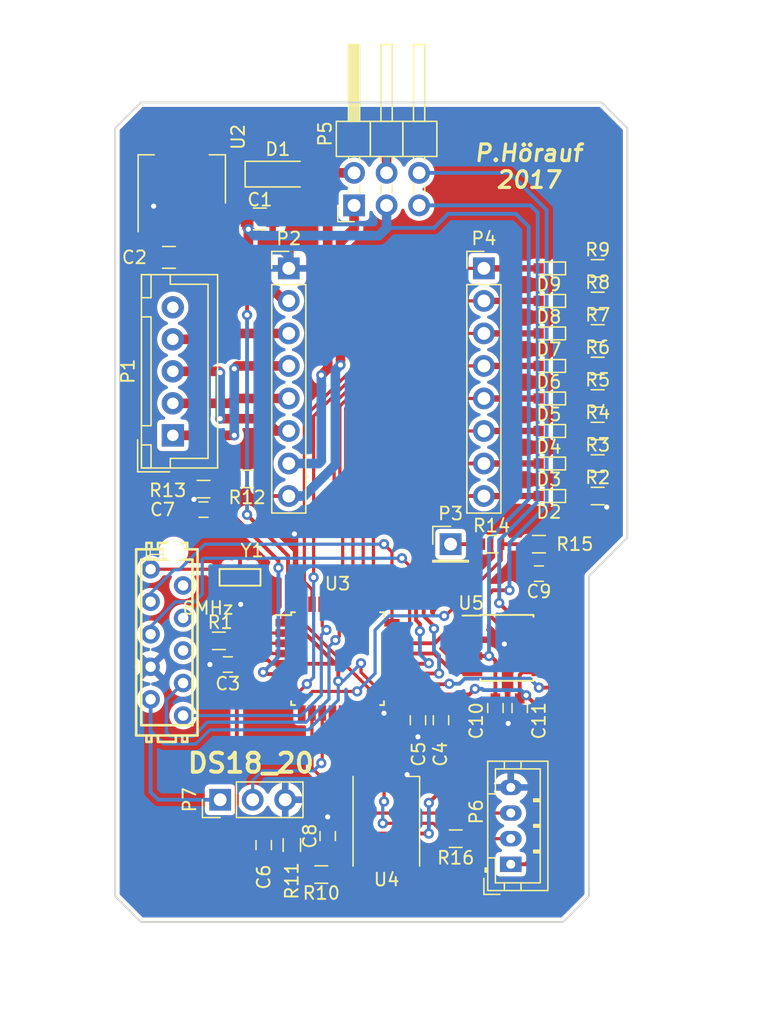
<source format=kicad_pcb>
(kicad_pcb (version 20191123) (host pcbnew "(5.99.0-492-g30da2b31e)")
  (title_block (title "Feeder Testplatine") (date "2017-02-25") (rev "0.1"))
  (layers (0 "F.Cu" signal) (31 "B.Cu" signal) (34 "B.Paste" user) (35 "F.Paste" user) (36 "B.SilkS" user) (37 "F.SilkS" user) (38 "B.Mask" user) (39 "F.Mask" user) (44 "Edge.Cuts" user))
  (net 0 "")
  (net 1 "GND")
  (net 2 "+5V")
  (net 3 "+3V3")
  (net 4 "/~Enable")
  (net 5 "/MS1")
  (net 6 "/MS2")
  (net 7 "/MS3")
  (net 8 "/~Reset")
  (net 9 "/~Sleep")
  (net 10 "/Step")
  (net 11 "/Dir")
  (net 12 "/B")
  (net 13 "/A")
  (net 14 "/~A")
  (net 15 "/~B")
  (net 16 "GNDPWR")
  (net 17 "+24V")
  (net 18 "/CNY_LED-")
  (net 19 "Net-(P6-Pad2)")
  (net 20 "/ADC_LogicVcc")
  (net 21 "Net-(D9-Pad1)")
  (net 22 "Net-(D8-Pad1)")
  (net 23 "/ADC_MotorStrom")
  (net 24 "/MotorStrom")
  (net 25 "/ADC_PwrVcc")
  (net 26 "Net-(D5-Pad1)")
  (net 27 "Net-(D4-Pad1)")
  (net 28 "Net-(D6-Pad1)")
  (net 29 "Net-(D3-Pad1)")
  (net 30 "Net-(D2-Pad1)")
  (net 31 "/nReset")
  (net 32 "Net-(D7-Pad1)")
  (net 33 "/CAN_L")
  (net 34 "/CAN_H")
  (net 35 "/DS18B20_Fühler")
  (net 36 "/SwO")
  (net 37 "/SwClk")
  (net 38 "/TReset")
  (net 39 "/SwDIO")
  (net 40 "/TDI")
  (net 41 "/STM_DOut")
  (net 42 "/STM_DIn")
  (net 43 "Net-(U3-Pad2)")
  (net 44 "Net-(U3-Pad3)")
  (net 45 "Net-(U4-Pad2)")
  (net 46 "/WS2812_Data")
  (net 47 "/CAN_StandBy")
  (net 48 "/CAN_RX")
  (net 49 "/CAN_TX")
  (net 50 "/CNY_PHO+")
  (net 51 "Net-(U3-Pad13)")
  (net 52 "Net-(U3-Pad12)")
  (net 53 "Net-(P1-Pad5)")
  (module "Connectors_JST:JST_XH_B05B-XH-A_05x2.50mm_Straight" (layer "F.Cu") (at 153.5 74 90)
    (fp_text reference "P1" (at 5 -3.5 90) (layer "F.SilkS"))
    (fp_text value "CONN_01X05")
    (pad "5" thru_hole circle (at 10 0 90) (size 1.75 1.75) (drill 0.9) (layers *.Cu *.Mask) (net 53 "Net-(P1-Pad5)"))
    (pad "4" thru_hole circle (at 7.5 0 90) (size 1.75 1.75) (drill 0.9) (layers *.Cu *.Mask) (net 12 "/B"))
    (pad "3" thru_hole circle (at 5 0 90) (size 1.75 1.75) (drill 0.9) (layers *.Cu *.Mask) (net 15 "/~B"))
    (pad "2" thru_hole circle (at 2.5 0 90) (size 1.75 1.75) (drill 0.9) (layers *.Cu *.Mask) (net 14 "/~A"))
    (pad "1" thru_hole rect (at 0 0 90) (size 1.75 1.75) (drill 0.9) (layers *.Cu *.Mask) (net 13 "/A"))
  )
  (module "Housings_SOIC:SOIC-8_3.9x4.9mm_Pitch1.27mm" (layer "F.Cu") (at 179.6 90.6)
    (fp_text reference "U5" (at -2.8 -3.5) (layer "F.SilkS"))
    (fp_text value "MCP2562-E/SN")
    (pad "8" smd rect (at 2.7 -1.905) (size 1.55 0.6) (layers "F.Cu" "F.Paste" "F.Mask") (net 47 "/CAN_StandBy"))
    (pad "7" smd rect (at 2.7 -0.635) (size 1.55 0.6) (layers "F.Cu" "F.Paste" "F.Mask") (net 34 "/CAN_H"))
    (pad "6" smd rect (at 2.7 0.635) (size 1.55 0.6) (layers "F.Cu" "F.Paste" "F.Mask") (net 33 "/CAN_L"))
    (pad "5" smd rect (at 2.7 1.905) (size 1.55 0.6) (layers "F.Cu" "F.Paste" "F.Mask") (net 3 "+3V3"))
    (pad "4" smd rect (at -2.7 1.905) (size 1.55 0.6) (layers "F.Cu" "F.Paste" "F.Mask") (net 48 "/CAN_RX"))
    (pad "3" smd rect (at -2.7 0.635) (size 1.55 0.6) (layers "F.Cu" "F.Paste" "F.Mask") (net 2 "+5V"))
    (pad "2" smd rect (at -2.7 -0.635) (size 1.55 0.6) (layers "F.Cu" "F.Paste" "F.Mask") (net 1 "GND"))
    (pad "1" smd rect (at -2.7 -1.905) (size 1.55 0.6) (layers "F.Cu" "F.Paste" "F.Mask") (net 49 "/CAN_TX"))
  )
  (module "Pin_Headers:Pin_Header_Straight_1x01_Pitch2.54mm" (layer "F.Cu") (at 175.2 82.5)
    (fp_text reference "P3" (at 0 -2.39) (layer "F.SilkS"))
    (fp_text value "CONN_01X01")
    (pad "1" thru_hole rect (at 0 0) (size 1.7 1.7) (drill 1) (layers *.Cu *.Mask) (net 24 "/MotorStrom"))
  )
  (module "Pin_Headers:Pin_Header_Straight_1x03_Pitch2.54mm" (layer "F.Cu") (at 157.2 102.46 90)
    (fp_text reference "P7" (at 0 -2.39 90) (layer "F.SilkS"))
    (fp_text value "CONN_01X03")
    (pad "3" thru_hole oval (at 0 5.08 90) (size 1.7 1.7) (drill 1) (layers *.Cu *.Mask) (net 1 "GND"))
    (pad "2" thru_hole oval (at 0 2.54 90) (size 1.7 1.7) (drill 1) (layers *.Cu *.Mask) (net 35 "/DS18B20_Fühler"))
    (pad "1" thru_hole rect (at 0 0 90) (size 1.7 1.7) (drill 1) (layers *.Cu *.Mask) (net 3 "+3V3"))
  )
  (module "Capacitors_SMD:C_0603" (layer "F.Cu") (at 178.7 95.3 -90)
    (fp_text reference "C10" (at 1 1.5 -90) (layer "F.SilkS"))
    (fp_text value "100n")
    (pad "2" smd rect (at 0.75 0 270) (size 0.8 0.75) (layers "F.Cu" "F.Paste" "F.Mask") (net 1 "GND"))
    (pad "1" smd rect (at -0.75 0 270) (size 0.8 0.75) (layers "F.Cu" "F.Paste" "F.Mask") (net 2 "+5V"))
  )
  (module "Capacitors_SMD:C_0603" (layer "F.Cu") (at 182.1 84.8)
    (fp_text reference "C9" (at 0 1.4) (layer "F.SilkS"))
    (fp_text value "100n")
    (pad "1" smd rect (at -0.75 0) (size 0.8 0.75) (layers "F.Cu" "F.Paste" "F.Mask") (net 23 "/ADC_MotorStrom"))
    (pad "2" smd rect (at 0.75 0) (size 0.8 0.75) (layers "F.Cu" "F.Paste" "F.Mask") (net 1 "GND"))
  )
  (module "Capacitors_SMD:C_0603" (layer "F.Cu") (at 165.6 105.3 90)
    (fp_text reference "C8" (at 0 -1.4 90) (layer "F.SilkS"))
    (fp_text value "1µ")
    (pad "2" smd rect (at 0.75 0 90) (size 0.8 0.75) (layers "F.Cu" "F.Paste" "F.Mask") (net 1 "GND"))
    (pad "1" smd rect (at -0.75 0 90) (size 0.8 0.75) (layers "F.Cu" "F.Paste" "F.Mask") (net 2 "+5V"))
  )
  (module "Capacitors_SMD:C_0603" (layer "F.Cu") (at 155.9 79.8 180)
    (fp_text reference "C7" (at 3.2 0 180) (layer "F.SilkS"))
    (fp_text value "100n")
    (pad "1" smd rect (at -0.75 0 180) (size 0.8 0.75) (layers "F.Cu" "F.Paste" "F.Mask") (net 25 "/ADC_PwrVcc"))
    (pad "2" smd rect (at 0.75 0 180) (size 0.8 0.75) (layers "F.Cu" "F.Paste" "F.Mask") (net 1 "GND"))
  )
  (module "Capacitors_SMD:C_0603" (layer "F.Cu") (at 160.6 106 90)
    (fp_text reference "C6" (at -2.5 0 90) (layer "F.SilkS"))
    (fp_text value "100n")
    (pad "2" smd rect (at 0.75 0 90) (size 0.8 0.75) (layers "F.Cu" "F.Paste" "F.Mask") (net 1 "GND"))
    (pad "1" smd rect (at -0.75 0 90) (size 0.8 0.75) (layers "F.Cu" "F.Paste" "F.Mask") (net 20 "/ADC_LogicVcc"))
  )
  (module "Capacitors_SMD:C_0603" (layer "F.Cu") (at 172.65 96.25 -90)
    (fp_text reference "C5" (at 2.65 -0.05 -90) (layer "F.SilkS"))
    (fp_text value "100n")
    (pad "1" smd rect (at -0.75 0 270) (size 0.8 0.75) (layers "F.Cu" "F.Paste" "F.Mask") (net 3 "+3V3"))
    (pad "2" smd rect (at 0.75 0 270) (size 0.8 0.75) (layers "F.Cu" "F.Paste" "F.Mask") (net 1 "GND"))
  )
  (module "Capacitors_SMD:C_0603" (layer "F.Cu") (at 174.45 96.25 -90)
    (fp_text reference "C4" (at 2.65 0.05 -90) (layer "F.SilkS"))
    (fp_text value "100n")
    (pad "2" smd rect (at 0.75 0 270) (size 0.8 0.75) (layers "F.Cu" "F.Paste" "F.Mask") (net 1 "GND"))
    (pad "1" smd rect (at -0.75 0 270) (size 0.8 0.75) (layers "F.Cu" "F.Paste" "F.Mask") (net 3 "+3V3"))
  )
  (module "Capacitors_SMD:C_0603" (layer "F.Cu") (at 157.8 91.9 180)
    (fp_text reference "C3" (at 0 -1.5 180) (layer "F.SilkS"))
    (fp_text value "100n")
    (pad "1" smd rect (at -0.75 0 180) (size 0.8 0.75) (layers "F.Cu" "F.Paste" "F.Mask") (net 3 "+3V3"))
    (pad "2" smd rect (at 0.75 0 180) (size 0.8 0.75) (layers "F.Cu" "F.Paste" "F.Mask") (net 1 "GND"))
  )
  (module "Capacitors_SMD:C_0603" (layer "F.Cu") (at 180.6 95.3 -90)
    (fp_text reference "C11" (at 1 -1.5 -90) (layer "F.SilkS"))
    (fp_text value "100n")
    (pad "2" smd rect (at 0.75 0 270) (size 0.8 0.75) (layers "F.Cu" "F.Paste" "F.Mask") (net 1 "GND"))
    (pad "1" smd rect (at -0.75 0 270) (size 0.8 0.75) (layers "F.Cu" "F.Paste" "F.Mask") (net 3 "+3V3"))
  )
  (module "Capacitors_SMD:C_0805" (layer "F.Cu") (at 153.2 60.1 180)
    (fp_text reference "C2" (at 2.7 0 180) (layer "F.SilkS"))
    (fp_text value "10µ")
    (pad "1" smd rect (at -1 0 180) (size 1 1.25) (layers "F.Cu" "F.Paste" "F.Mask") (net 3 "+3V3"))
    (pad "2" smd rect (at 1 0 180) (size 1 1.25) (layers "F.Cu" "F.Paste" "F.Mask") (net 1 "GND"))
  )
  (module "Capacitors_SMD:C_0805" (layer "F.Cu") (at 160.3 57.1)
    (fp_text reference "C1" (at 0 -1.5) (layer "F.SilkS"))
    (fp_text value "10µ")
    (pad "2" smd rect (at 1 0) (size 1 1.25) (layers "F.Cu" "F.Paste" "F.Mask") (net 1 "GND"))
    (pad "1" smd rect (at -1 0) (size 1 1.25) (layers "F.Cu" "F.Paste" "F.Mask") (net 2 "+5V"))
  )
  (module "Connectors_JST:JST_PH_B4B-PH-K_04x2.00mm_Straight" (layer "F.Cu") (at 179.9 107.5 90)
    (fp_text reference "P6" (at 4.1 -2.7 90) (layer "F.SilkS"))
    (fp_text value "CONN_01X04")
    (pad "4" thru_hole oval (at 6 0 90) (size 1.2 1.7) (drill 0.7) (layers *.Cu *.Mask) (net 1 "GND"))
    (pad "3" thru_hole oval (at 4 0 90) (size 1.2 1.7) (drill 0.7) (layers *.Cu *.Mask) (net 50 "/CNY_PHO+"))
    (pad "2" thru_hole oval (at 2 0 90) (size 1.2 1.7) (drill 0.7) (layers *.Cu *.Mask) (net 19 "Net-(P6-Pad2)"))
    (pad "1" thru_hole rect (at 0 0 90) (size 1.2 1.7) (drill 0.7) (layers *.Cu *.Mask) (net 3 "+3V3"))
  )
  (module "Diodes_SMD:D_MiniMELF_Standard" (layer "F.Cu") (at 161.7 53.6)
    (fp_text reference "D1" (at 0 -1.95) (layer "F.SilkS"))
    (fp_text value "ZENER")
    (pad "2" smd rect (at 1.75 0) (size 1.3 1.7) (layers "F.Cu" "F.Paste" "F.Mask") (net 1 "GND"))
    (pad "1" smd rect (at -1.75 0) (size 1.3 1.7) (layers "F.Cu" "F.Paste" "F.Mask") (net 2 "+5V"))
  )
  (module "Housings_QFP:LQFP-32_7x7mm_Pitch0.8mm" (layer "F.Cu") (at 166.37 91.44)
    (fp_text reference "U3" (at 0 -5.85) (layer "F.SilkS"))
    (fp_text value "STM32F042K6Tx")
    (pad "32" smd rect (at -2.8 -4.25 90) (size 1.2 0.6) (layers "F.Cu" "F.Paste" "F.Mask") (net 1 "GND"))
    (pad "31" smd rect (at -2 -4.25 90) (size 1.2 0.6) (layers "F.Cu" "F.Paste" "F.Mask") (net 11 "/Dir"))
    (pad "30" smd rect (at -1.2 -4.25 90) (size 1.2 0.6) (layers "F.Cu" "F.Paste" "F.Mask") (net 42 "/STM_DIn"))
    (pad "29" smd rect (at -0.4 -4.25 90) (size 1.2 0.6) (layers "F.Cu" "F.Paste" "F.Mask") (net 41 "/STM_DOut"))
    (pad "28" smd rect (at 0.4 -4.25 90) (size 1.2 0.6) (layers "F.Cu" "F.Paste" "F.Mask") (net 9 "/~Sleep"))
    (pad "27" smd rect (at 1.2 -4.25 90) (size 1.2 0.6) (layers "F.Cu" "F.Paste" "F.Mask") (net 8 "/~Reset"))
    (pad "26" smd rect (at 2 -4.25 90) (size 1.2 0.6) (layers "F.Cu" "F.Paste" "F.Mask") (net 7 "/MS3"))
    (pad "25" smd rect (at 2.8 -4.25 90) (size 1.2 0.6) (layers "F.Cu" "F.Paste" "F.Mask") (net 6 "/MS2"))
    (pad "24" smd rect (at 4.25 -2.8) (size 1.2 0.6) (layers "F.Cu" "F.Paste" "F.Mask") (net 37 "/SwClk"))
    (pad "23" smd rect (at 4.25 -2) (size 1.2 0.6) (layers "F.Cu" "F.Paste" "F.Mask") (net 39 "/SwDIO"))
    (pad "22" smd rect (at 4.25 -1.2) (size 1.2 0.6) (layers "F.Cu" "F.Paste" "F.Mask") (net 49 "/CAN_TX"))
    (pad "21" smd rect (at 4.25 -0.4) (size 1.2 0.6) (layers "F.Cu" "F.Paste" "F.Mask") (net 48 "/CAN_RX"))
    (pad "20" smd rect (at 4.25 0.4) (size 1.2 0.6) (layers "F.Cu" "F.Paste" "F.Mask") (net 5 "/MS1"))
    (pad "19" smd rect (at 4.25 1.2) (size 1.2 0.6) (layers "F.Cu" "F.Paste" "F.Mask") (net 4 "/~Enable"))
    (pad "18" smd rect (at 4.25 2) (size 1.2 0.6) (layers "F.Cu" "F.Paste" "F.Mask") (net 47 "/CAN_StandBy"))
    (pad "17" smd rect (at 4.25 2.8) (size 1.2 0.6) (layers "F.Cu" "F.Paste" "F.Mask") (net 3 "+3V3"))
    (pad "16" smd rect (at 2.8 4.25 90) (size 1.2 0.6) (layers "F.Cu" "F.Paste" "F.Mask") (net 1 "GND"))
    (pad "15" smd rect (at 2 4.25 90) (size 1.2 0.6) (layers "F.Cu" "F.Paste" "F.Mask") (net 18 "/CNY_LED-"))
    (pad "14" smd rect (at 1.2 4.25 90) (size 1.2 0.6) (layers "F.Cu" "F.Paste" "F.Mask") (net 46 "/WS2812_Data"))
    (pad "13" smd rect (at 0.4 4.25 90) (size 1.2 0.6) (layers "F.Cu" "F.Paste" "F.Mask") (net 51 "Net-(U3-Pad13)"))
    (pad "12" smd rect (at -0.4 4.25 90) (size 1.2 0.6) (layers "F.Cu" "F.Paste" "F.Mask") (net 52 "Net-(U3-Pad12)"))
    (pad "11" smd rect (at -1.2 4.25 90) (size 1.2 0.6) (layers "F.Cu" "F.Paste" "F.Mask") (net 35 "/DS18B20_Fühler"))
    (pad "10" smd rect (at -2 4.25 90) (size 1.2 0.6) (layers "F.Cu" "F.Paste" "F.Mask") (net 50 "/CNY_PHO+"))
    (pad "9" smd rect (at -2.8 4.25 90) (size 1.2 0.6) (layers "F.Cu" "F.Paste" "F.Mask") (net 23 "/ADC_MotorStrom"))
    (pad "8" smd rect (at -4.25 2.8) (size 1.2 0.6) (layers "F.Cu" "F.Paste" "F.Mask") (net 10 "/Step"))
    (pad "7" smd rect (at -4.25 2) (size 1.2 0.6) (layers "F.Cu" "F.Paste" "F.Mask") (net 20 "/ADC_LogicVcc"))
    (pad "6" smd rect (at -4.25 1.2) (size 1.2 0.6) (layers "F.Cu" "F.Paste" "F.Mask") (net 25 "/ADC_PwrVcc"))
    (pad "5" smd rect (at -4.25 0.4) (size 1.2 0.6) (layers "F.Cu" "F.Paste" "F.Mask") (net 3 "+3V3"))
    (pad "4" smd rect (at -4.25 -0.4) (size 1.2 0.6) (layers "F.Cu" "F.Paste" "F.Mask") (net 31 "/nReset"))
    (pad "3" smd rect (at -4.25 -1.2) (size 1.2 0.6) (layers "F.Cu" "F.Paste" "F.Mask") (net 44 "Net-(U3-Pad3)"))
    (pad "2" smd rect (at -4.25 -2) (size 1.2 0.6) (layers "F.Cu" "F.Paste" "F.Mask") (net 43 "Net-(U3-Pad2)"))
    (pad "1" smd rect (at -4.25 -2.8) (size 1.2 0.6) (layers "F.Cu" "F.Paste" "F.Mask") (net 3 "+3V3"))
  )
  (module "LEDs:LED_0603" (layer "F.Cu") (at 182.88 71.12 180)
    (fp_text reference "D5" (at 0 -1.25 180) (layer "F.SilkS"))
    (fp_text value "LED")
    (pad "2" smd rect (at 0.8 0) (size 0.8 0.8) (layers "F.Cu" "F.Paste" "F.Mask") (net 7 "/MS3"))
    (pad "1" smd rect (at -0.8 0) (size 0.8 0.8) (layers "F.Cu" "F.Paste" "F.Mask") (net 26 "Net-(D5-Pad1)"))
  )
  (module "LEDs:LED_0603" (layer "F.Cu") (at 182.88 63.5 180)
    (fp_text reference "D8" (at 0 -1.25 180) (layer "F.SilkS"))
    (fp_text value "LED")
    (pad "1" smd rect (at -0.8 0) (size 0.8 0.8) (layers "F.Cu" "F.Paste" "F.Mask") (net 22 "Net-(D8-Pad1)"))
    (pad "2" smd rect (at 0.8 0) (size 0.8 0.8) (layers "F.Cu" "F.Paste" "F.Mask") (net 10 "/Step"))
  )
  (module "LEDs:LED_0603" (layer "F.Cu") (at 182.88 66.04 180)
    (fp_text reference "D7" (at 0 -1.25 180) (layer "F.SilkS"))
    (fp_text value "LED")
    (pad "2" smd rect (at 0.8 0) (size 0.8 0.8) (layers "F.Cu" "F.Paste" "F.Mask") (net 9 "/~Sleep"))
    (pad "1" smd rect (at -0.8 0) (size 0.8 0.8) (layers "F.Cu" "F.Paste" "F.Mask") (net 32 "Net-(D7-Pad1)"))
  )
  (module "LEDs:LED_0603" (layer "F.Cu") (at 182.88 68.58 180)
    (fp_text reference "D6" (at 0 -1.25 180) (layer "F.SilkS"))
    (fp_text value "LED")
    (pad "1" smd rect (at -0.8 0) (size 0.8 0.8) (layers "F.Cu" "F.Paste" "F.Mask") (net 28 "Net-(D6-Pad1)"))
    (pad "2" smd rect (at 0.8 0) (size 0.8 0.8) (layers "F.Cu" "F.Paste" "F.Mask") (net 8 "/~Reset"))
  )
  (module "LEDs:LED_0603" (layer "F.Cu") (at 182.88 73.66 180)
    (fp_text reference "D4" (at 0 -1.25 180) (layer "F.SilkS"))
    (fp_text value "LED")
    (pad "2" smd rect (at 0.8 0) (size 0.8 0.8) (layers "F.Cu" "F.Paste" "F.Mask") (net 6 "/MS2"))
    (pad "1" smd rect (at -0.8 0) (size 0.8 0.8) (layers "F.Cu" "F.Paste" "F.Mask") (net 27 "Net-(D4-Pad1)"))
  )
  (module "LEDs:LED_0603" (layer "F.Cu") (at 182.88 76.2 180)
    (fp_text reference "D3" (at 0 -1.25 180) (layer "F.SilkS"))
    (fp_text value "LED")
    (pad "1" smd rect (at -0.8 0) (size 0.8 0.8) (layers "F.Cu" "F.Paste" "F.Mask") (net 29 "Net-(D3-Pad1)"))
    (pad "2" smd rect (at 0.8 0) (size 0.8 0.8) (layers "F.Cu" "F.Paste" "F.Mask") (net 5 "/MS1"))
  )
  (module "LEDs:LED_0603" (layer "F.Cu") (at 182.88 78.74 180)
    (fp_text reference "D2" (at 0 -1.25 180) (layer "F.SilkS"))
    (fp_text value "LED")
    (pad "2" smd rect (at 0.8 0) (size 0.8 0.8) (layers "F.Cu" "F.Paste" "F.Mask") (net 4 "/~Enable"))
    (pad "1" smd rect (at -0.8 0) (size 0.8 0.8) (layers "F.Cu" "F.Paste" "F.Mask") (net 30 "Net-(D2-Pad1)"))
  )
  (module "LEDs:LED_0603" (layer "F.Cu") (at 182.88 60.96 180)
    (fp_text reference "D9" (at 0 -1.25 180) (layer "F.SilkS"))
    (fp_text value "LED")
    (pad "1" smd rect (at -0.8 0) (size 0.8 0.8) (layers "F.Cu" "F.Paste" "F.Mask") (net 21 "Net-(D9-Pad1)"))
    (pad "2" smd rect (at 0.8 0) (size 0.8 0.8) (layers "F.Cu" "F.Paste" "F.Mask") (net 11 "/Dir"))
  )
  (module "LEDs:LED_WS2812B-PLCC4" (layer "F.Cu") (at 170.18 104.14 90)
    (fp_text reference "U4" (at -4.56 0.02 180) (layer "F.SilkS"))
    (fp_text value "WS2812B")
    (pad "1" smd rect (at -2.5 -1.6 90) (size 1.6 1) (layers "F.Cu" "F.Paste" "F.Mask") (net 2 "+5V"))
    (pad "2" smd rect (at -2.5 1.6 90) (size 1.6 1) (layers "F.Cu" "F.Paste" "F.Mask") (net 45 "Net-(U4-Pad2)"))
    (pad "4" smd rect (at 2.5 -1.6 90) (size 1.6 1) (layers "F.Cu" "F.Paste" "F.Mask") (net 46 "/WS2812_Data"))
    (pad "3" smd rect (at 2.5 1.6 90) (size 1.6 1) (layers "F.Cu" "F.Paste" "F.Mask") (net 1 "GND"))
  )
  (module "PhilippsFootprints:CSTCE_3,2x1,3" (layer "F.Cu") (at 158.75 85.09 180)
    (fp_text reference "Y1" (at -0.95 2.09 180) (layer "F.SilkS"))
    (fp_text value "8MHz" (at 2.5 -2.4 180) (layer "F.SilkS"))
    (pad "1" smd rect (at -0.95 0 180) (size 0.3 2) (layers "F.Cu" "F.Paste" "F.Mask") (net 43 "Net-(U3-Pad2)"))
    (pad "2" smd rect (at 0 0 180) (size 0.3 2) (layers "F.Cu" "F.Paste" "F.Mask") (net 1 "GND"))
    (pad "3" smd rect (at 0.95 0 180) (size 0.3 2) (layers "F.Cu" "F.Paste" "F.Mask") (net 44 "Net-(U3-Pad3)"))
  )
  (module "PhilippsFootprints:MICROMATCH-10" (layer "F.Cu") (at 153.035 90.17 90)
    (fp_text reference "U1")
    (fp_text value "STM32_mmvisual_JTAG")
    (pad "1" thru_hole circle (at 5.715 -1.27 90) (size 1.45 1.45) (drill 0.8128) (layers *.Cu *.Mask) (net 31 "/nReset"))
    (pad "2" thru_hole circle (at 4.445 1.27 90) (size 1.45 1.45) (drill 0.8128) (layers *.Cu *.Mask) (net 36 "/SwO"))
    (pad "3" thru_hole circle (at 3.175 -1.27 90) (size 1.45 1.45) (drill 0.8128) (layers *.Cu *.Mask) (net 37 "/SwClk"))
    (pad "4" thru_hole circle (at 1.905 1.27 90) (size 1.45 1.45) (drill 0.8128) (layers *.Cu *.Mask) (net 38 "/TReset"))
    (pad "5" thru_hole circle (at 0.635 -1.27 90) (size 1.45 1.45) (drill 0.8128) (layers *.Cu *.Mask) (net 39 "/SwDIO"))
    (pad "6" thru_hole circle (at -0.635 1.27 90) (size 1.45 1.45) (drill 0.8128) (layers *.Cu *.Mask) (net 40 "/TDI"))
    (pad "7" thru_hole circle (at -1.905 -1.27 90) (size 1.45 1.45) (drill 0.8128) (layers *.Cu *.Mask) (net 1 "GND"))
    (pad "8" thru_hole circle (at -3.175 1.27 90) (size 1.45 1.45) (drill 0.8128) (layers *.Cu *.Mask) (net 41 "/STM_DOut"))
    (pad "9" thru_hole circle (at -4.445 -1.27 90) (size 1.45 1.45) (drill 0.8128) (layers *.Cu *.Mask) (net 3 "+3V3"))
    (pad "10" thru_hole circle (at -5.715 1.27 90) (size 1.45 1.45) (drill 0.8128) (layers *.Cu *.Mask) (net 42 "/STM_DIn"))
    (pad "" np_thru_hole circle (at 7.115 0.53 90) (size 1.6 1.6) (drill 1.6) (layers *.Cu *.Mask "F.SilkS"))
  )
  (module "Pin_Headers:Pin_Header_Angled_2x03_Pitch2.54mm" (layer "F.Cu") (at 167.66 56.04 90)
    (fp_text reference "P5" (at 5.585 -2.27 90) (layer "F.SilkS"))
    (fp_text value "CONN_02X03")
    (pad "6" thru_hole oval (at 2.54 5.08 90) (size 1.7 1.7) (drill 1) (layers *.Cu *.Mask) (net 33 "/CAN_L"))
    (pad "5" thru_hole oval (at 0 5.08 90) (size 1.7 1.7) (drill 1) (layers *.Cu *.Mask) (net 34 "/CAN_H"))
    (pad "4" thru_hole oval (at 2.54 2.54 90) (size 1.7 1.7) (drill 1) (layers *.Cu *.Mask) (net 1 "GND"))
    (pad "3" thru_hole oval (at 0 2.54 90) (size 1.7 1.7) (drill 1) (layers *.Cu *.Mask) (net 2 "+5V"))
    (pad "2" thru_hole oval (at 2.54 0 90) (size 1.7 1.7) (drill 1) (layers *.Cu *.Mask) (net 16 "GNDPWR"))
    (pad "1" thru_hole rect (at 0 0 90) (size 1.7 1.7) (drill 1) (layers *.Cu *.Mask) (net 17 "+24V"))
  )
  (module "Resistors_SMD:R_0603" (layer "F.Cu") (at 186.69 66.04)
    (fp_text reference "R7" (at 0 -1.45) (layer "F.SilkS"))
    (fp_text value "470")
    (pad "1" smd rect (at -0.75 0) (size 0.5 0.9) (layers "F.Cu" "F.Paste" "F.Mask") (net 32 "Net-(D7-Pad1)"))
    (pad "2" smd rect (at 0.75 0) (size 0.5 0.9) (layers "F.Cu" "F.Paste" "F.Mask") (net 1 "GND"))
  )
  (module "Resistors_SMD:R_0603" (layer "F.Cu") (at 159.3 77.4 180)
    (fp_text reference "R12" (at 0 -1.45 180) (layer "F.SilkS"))
    (fp_text value "10k")
    (pad "2" smd rect (at 0.75 0 180) (size 0.5 0.9) (layers "F.Cu" "F.Paste" "F.Mask") (net 25 "/ADC_PwrVcc"))
    (pad "1" smd rect (at -0.75 0 180) (size 0.5 0.9) (layers "F.Cu" "F.Paste" "F.Mask") (net 17 "+24V"))
  )
  (module "Resistors_SMD:R_0603" (layer "F.Cu") (at 157.1 90.05 180)
    (fp_text reference "R1" (at -0.1 1.45 180) (layer "F.SilkS"))
    (fp_text value "10k")
    (pad "1" smd rect (at -0.75 0 180) (size 0.5 0.9) (layers "F.Cu" "F.Paste" "F.Mask") (net 3 "+3V3"))
    (pad "2" smd rect (at 0.75 0 180) (size 0.5 0.9) (layers "F.Cu" "F.Paste" "F.Mask") (net 31 "/nReset"))
  )
  (module "Resistors_SMD:R_0603" (layer "F.Cu") (at 186.69 78.74)
    (fp_text reference "R2" (at 0 -1.45) (layer "F.SilkS"))
    (fp_text value "470")
    (pad "2" smd rect (at 0.75 0) (size 0.5 0.9) (layers "F.Cu" "F.Paste" "F.Mask") (net 1 "GND"))
    (pad "1" smd rect (at -0.75 0) (size 0.5 0.9) (layers "F.Cu" "F.Paste" "F.Mask") (net 30 "Net-(D2-Pad1)"))
  )
  (module "Resistors_SMD:R_0603" (layer "F.Cu") (at 186.69 76.2)
    (fp_text reference "R3" (at 0 -1.45) (layer "F.SilkS"))
    (fp_text value "470")
    (pad "1" smd rect (at -0.75 0) (size 0.5 0.9) (layers "F.Cu" "F.Paste" "F.Mask") (net 29 "Net-(D3-Pad1)"))
    (pad "2" smd rect (at 0.75 0) (size 0.5 0.9) (layers "F.Cu" "F.Paste" "F.Mask") (net 1 "GND"))
  )
  (module "Resistors_SMD:R_0603" (layer "F.Cu") (at 186.69 68.58)
    (fp_text reference "R6" (at 0 -1.45) (layer "F.SilkS"))
    (fp_text value "470")
    (pad "2" smd rect (at 0.75 0) (size 0.5 0.9) (layers "F.Cu" "F.Paste" "F.Mask") (net 1 "GND"))
    (pad "1" smd rect (at -0.75 0) (size 0.5 0.9) (layers "F.Cu" "F.Paste" "F.Mask") (net 28 "Net-(D6-Pad1)"))
  )
  (module "Resistors_SMD:R_0603" (layer "F.Cu") (at 186.69 73.66)
    (fp_text reference "R4" (at 0 -1.45) (layer "F.SilkS"))
    (fp_text value "470")
    (pad "1" smd rect (at -0.75 0) (size 0.5 0.9) (layers "F.Cu" "F.Paste" "F.Mask") (net 27 "Net-(D4-Pad1)"))
    (pad "2" smd rect (at 0.75 0) (size 0.5 0.9) (layers "F.Cu" "F.Paste" "F.Mask") (net 1 "GND"))
  )
  (module "Resistors_SMD:R_0603" (layer "F.Cu") (at 186.69 71.12)
    (fp_text reference "R5" (at 0 -1.45) (layer "F.SilkS"))
    (fp_text value "470")
    (pad "2" smd rect (at 0.75 0) (size 0.5 0.9) (layers "F.Cu" "F.Paste" "F.Mask") (net 1 "GND"))
    (pad "1" smd rect (at -0.75 0) (size 0.5 0.9) (layers "F.Cu" "F.Paste" "F.Mask") (net 26 "Net-(D5-Pad1)"))
  )
  (module "Resistors_SMD:R_0603" (layer "F.Cu") (at 155.9 78.2 180)
    (fp_text reference "R13" (at 2.8 -0.1 180) (layer "F.SilkS"))
    (fp_text value "10k")
    (pad "1" smd rect (at -0.75 0 180) (size 0.5 0.9) (layers "F.Cu" "F.Paste" "F.Mask") (net 25 "/ADC_PwrVcc"))
    (pad "2" smd rect (at 0.75 0 180) (size 0.5 0.9) (layers "F.Cu" "F.Paste" "F.Mask") (net 1 "GND"))
  )
  (module "Resistors_SMD:R_0603" (layer "F.Cu") (at 178.4 82.5)
    (fp_text reference "R14" (at 0 -1.45) (layer "F.SilkS"))
    (fp_text value "10k")
    (pad "2" smd rect (at 0.75 0) (size 0.5 0.9) (layers "F.Cu" "F.Paste" "F.Mask") (net 23 "/ADC_MotorStrom"))
    (pad "1" smd rect (at -0.75 0) (size 0.5 0.9) (layers "F.Cu" "F.Paste" "F.Mask") (net 24 "/MotorStrom"))
  )
  (module "Resistors_SMD:R_0603" (layer "F.Cu") (at 182.1 82.5)
    (fp_text reference "R15" (at 2.8 0) (layer "F.SilkS"))
    (fp_text value "10k")
    (pad "1" smd rect (at -0.75 0) (size 0.5 0.9) (layers "F.Cu" "F.Paste" "F.Mask") (net 23 "/ADC_MotorStrom"))
    (pad "2" smd rect (at 0.75 0) (size 0.5 0.9) (layers "F.Cu" "F.Paste" "F.Mask") (net 1 "GND"))
  )
  (module "Resistors_SMD:R_0603" (layer "F.Cu") (at 186.69 63.5)
    (fp_text reference "R8" (at 0 -1.45) (layer "F.SilkS"))
    (fp_text value "470")
    (pad "2" smd rect (at 0.75 0) (size 0.5 0.9) (layers "F.Cu" "F.Paste" "F.Mask") (net 1 "GND"))
    (pad "1" smd rect (at -0.75 0) (size 0.5 0.9) (layers "F.Cu" "F.Paste" "F.Mask") (net 22 "Net-(D8-Pad1)"))
  )
  (module "Resistors_SMD:R_0603" (layer "F.Cu") (at 186.69 60.96)
    (fp_text reference "R9" (at 0 -1.45) (layer "F.SilkS"))
    (fp_text value "470")
    (pad "1" smd rect (at -0.75 0) (size 0.5 0.9) (layers "F.Cu" "F.Paste" "F.Mask") (net 21 "Net-(D9-Pad1)"))
    (pad "2" smd rect (at 0.75 0) (size 0.5 0.9) (layers "F.Cu" "F.Paste" "F.Mask") (net 1 "GND"))
  )
  (module "Resistors_SMD:R_0603" (layer "F.Cu") (at 165.1 108.3 180)
    (fp_text reference "R10" (at 0 -1.45 180) (layer "F.SilkS"))
    (fp_text value "10k")
    (pad "2" smd rect (at 0.75 0 180) (size 0.5 0.9) (layers "F.Cu" "F.Paste" "F.Mask") (net 20 "/ADC_LogicVcc"))
    (pad "1" smd rect (at -0.75 0 180) (size 0.5 0.9) (layers "F.Cu" "F.Paste" "F.Mask") (net 2 "+5V"))
  )
  (module "Resistors_SMD:R_0603" (layer "F.Cu") (at 162.8 106 90)
    (fp_text reference "R11" (at -2.8 0 90) (layer "F.SilkS"))
    (fp_text value "10k")
    (pad "1" smd rect (at -0.75 0 90) (size 0.5 0.9) (layers "F.Cu" "F.Paste" "F.Mask") (net 20 "/ADC_LogicVcc"))
    (pad "2" smd rect (at 0.75 0 90) (size 0.5 0.9) (layers "F.Cu" "F.Paste" "F.Mask") (net 1 "GND"))
  )
  (module "Resistors_SMD:R_0603" (layer "F.Cu") (at 175.6 105.5 180)
    (fp_text reference "R16" (at 0 -1.5 180) (layer "F.SilkS"))
    (fp_text value "220")
    (pad "2" smd rect (at 0.75 0 180) (size 0.5 0.9) (layers "F.Cu" "F.Paste" "F.Mask") (net 18 "/CNY_LED-"))
    (pad "1" smd rect (at -0.75 0 180) (size 0.5 0.9) (layers "F.Cu" "F.Paste" "F.Mask") (net 19 "Net-(P6-Pad2)"))
  )
  (module "Socket_Strips:Socket_Strip_Straight_1x08_Pitch2.54mm" (layer "F.Cu") (at 162.56 60.96)
    (fp_text reference "P2" (at 0 -2.33) (layer "F.SilkS"))
    (fp_text value "CONN_01X08")
    (pad "1" thru_hole rect (at 0 0) (size 1.7 1.7) (drill 1) (layers *.Cu *.Mask) (net 1 "GND"))
    (pad "2" thru_hole oval (at 0 2.54) (size 1.7 1.7) (drill 1) (layers *.Cu *.Mask) (net 2 "+5V"))
    (pad "3" thru_hole oval (at 0 5.08) (size 1.7 1.7) (drill 1) (layers *.Cu *.Mask) (net 12 "/B"))
    (pad "4" thru_hole oval (at 0 7.62) (size 1.7 1.7) (drill 1) (layers *.Cu *.Mask) (net 13 "/A"))
    (pad "5" thru_hole oval (at 0 10.16) (size 1.7 1.7) (drill 1) (layers *.Cu *.Mask) (net 14 "/~A"))
    (pad "6" thru_hole oval (at 0 12.7) (size 1.7 1.7) (drill 1) (layers *.Cu *.Mask) (net 15 "/~B"))
    (pad "7" thru_hole oval (at 0 15.24) (size 1.7 1.7) (drill 1) (layers *.Cu *.Mask) (net 16 "GNDPWR"))
    (pad "8" thru_hole oval (at 0 17.78) (size 1.7 1.7) (drill 1) (layers *.Cu *.Mask) (net 17 "+24V"))
  )
  (module "Socket_Strips:Socket_Strip_Straight_1x08_Pitch2.54mm" (layer "F.Cu") (at 177.8 60.96)
    (fp_text reference "P4" (at 0 -2.33) (layer "F.SilkS"))
    (fp_text value "CONN_01X08")
    (pad "8" thru_hole oval (at 0 17.78) (size 1.7 1.7) (drill 1) (layers *.Cu *.Mask) (net 4 "/~Enable"))
    (pad "7" thru_hole oval (at 0 15.24) (size 1.7 1.7) (drill 1) (layers *.Cu *.Mask) (net 5 "/MS1"))
    (pad "6" thru_hole oval (at 0 12.7) (size 1.7 1.7) (drill 1) (layers *.Cu *.Mask) (net 6 "/MS2"))
    (pad "5" thru_hole oval (at 0 10.16) (size 1.7 1.7) (drill 1) (layers *.Cu *.Mask) (net 7 "/MS3"))
    (pad "4" thru_hole oval (at 0 7.62) (size 1.7 1.7) (drill 1) (layers *.Cu *.Mask) (net 8 "/~Reset"))
    (pad "3" thru_hole oval (at 0 5.08) (size 1.7 1.7) (drill 1) (layers *.Cu *.Mask) (net 9 "/~Sleep"))
    (pad "2" thru_hole oval (at 0 2.54) (size 1.7 1.7) (drill 1) (layers *.Cu *.Mask) (net 10 "/Step"))
    (pad "1" thru_hole rect (at 0 0) (size 1.7 1.7) (drill 1) (layers *.Cu *.Mask) (net 11 "/Dir"))
  )
  (module "TO_SOT_Packages_SMD:SOT-223" (layer "F.Cu") (at 154.2 54 90)
    (fp_text reference "U2" (at 3.3 4.4 90) (layer "F.SilkS"))
    (fp_text value "AP111733")
    (pad "1" smd rect (at -3.15 -2.3 90) (size 2 1.5) (layers "F.Cu" "F.Paste" "F.Mask") (net 1 "GND"))
    (pad "3" smd rect (at -3.15 2.3 90) (size 2 1.5) (layers "F.Cu" "F.Paste" "F.Mask") (net 2 "+5V"))
    (pad "2" smd rect (at -3.15 0 90) (size 2 1.5) (layers "F.Cu" "F.Paste" "F.Mask") (net 3 "+3V3"))
    (pad "4" smd rect (at 3.15 0 90) (size 2 3.8) (layers "F.Cu" "F.Paste" "F.Mask") (net 3 "+3V3"))
  )
  (gr_text "P.Hörauf\n2017" (at 181.3 53) (layer "F.SilkS") (effects (font (size 1.3 1.3) (thickness 0.25) italic)))
  (gr_text "DS18_20" (at 159.6 99.6) (layer "F.SilkS") (effects (font (size 1.5 1.5) (thickness 0.3))))
  (gr_line (start 149 110) (end 149 50) (angle 90) (layer "Edge.Cuts") (width 0.15))
  (gr_line (start 151 112) (end 149 110) (angle 90) (layer "Edge.Cuts") (width 0.15))
  (gr_line (start 152 112) (end 151 112) (angle 90) (layer "Edge.Cuts") (width 0.15))
  (gr_line (start 184 112) (end 152 112) (angle 90) (layer "Edge.Cuts") (width 0.15))
  (gr_line (start 186 110) (end 184 112) (angle 90) (layer "Edge.Cuts") (width 0.15))
  (gr_line (start 186 85) (end 186 110) (angle 90) (layer "Edge.Cuts") (width 0.15))
  (gr_line (start 189 82) (end 186 85) (angle 90) (layer "Edge.Cuts") (width 0.15))
  (gr_line (start 189 50) (end 189 82) (angle 90) (layer "Edge.Cuts") (width 0.15))
  (gr_line (start 187 48) (end 189 50) (angle 90) (layer "Edge.Cuts") (width 0.15))
  (gr_line (start 186 48) (end 187 48) (angle 90) (layer "Edge.Cuts") (width 0.15))
  (gr_line (start 151 48) (end 186 48) (angle 90) (layer "Edge.Cuts") (width 0.15))
  (gr_line (start 149 50) (end 151 48) (angle 90) (layer "Edge.Cuts") (width 0.15))
  (segment (start 179.9 103.5) (end 167.9 103.5) (width 0.25) (layer "F.Cu") (net 50))
  (segment (start 164.37 99.97) (end 164.37 95.69) (width 0.25) (layer "F.Cu") (net 50))
  (segment (start 167.9 103.5) (end 164.37 99.97) (width 0.25) (layer "F.Cu") (net 50))
  (segment (start 170.62 90.24) (end 173.96 90.24) (width 0.3) (layer "F.Cu") (net 49))
  (segment (start 175.505 88.695) (end 176.9 88.695) (width 0.3) (layer "F.Cu") (net 49))
  (segment (start 173.96 90.24) (end 175.505 88.695) (width 0.3) (layer "F.Cu") (net 49))
  (segment (start 170.62 91.04) (end 173.94 91.04) (width 0.3) (layer "F.Cu") (net 48))
  (segment (start 175.405 92.505) (end 176.9 92.505) (width 0.3) (layer "F.Cu") (net 48))
  (segment (start 173.94 91.04) (end 175.405 92.505) (width 0.3) (layer "F.Cu") (net 48))
  (via (at 175.1 93.4) (size 0.8) (drill 0.4) (layers "F.Cu" "B.Cu") (net 47))
  (segment (start 175.06 93.44) (end 175.1 93.4) (width 0.3) (layer "F.Cu") (net 47))
  (segment (start 170.62 93.44) (end 175.06 93.44) (width 0.3) (layer "F.Cu") (net 47))
  (segment (start 175.1 93.4) (end 175.9 93.4) (width 0.3) (layer "B.Cu") (net 47))
  (segment (start 175.9 93.4) (end 176.3 93) (width 0.3) (layer "B.Cu") (net 47))
  (via (at 182.1 93.7) (size 0.8) (drill 0.4) (layers "F.Cu" "B.Cu") (net 47))
  (segment (start 181.4 93) (end 182.1 93.7) (width 0.3) (layer "B.Cu") (net 47))
  (segment (start 176.3 93) (end 181.4 93) (width 0.3) (layer "B.Cu") (net 47))
  (segment (start 182.1 93.7) (end 183.8 93.7) (width 0.3) (layer "F.Cu") (net 47))
  (segment (start 183.8 93.7) (end 184.2 93.3) (width 0.3) (layer "F.Cu") (net 47))
  (segment (start 184.2 93.3) (end 184.2 88.9) (width 0.3) (layer "F.Cu") (net 47))
  (segment (start 183.995 88.695) (end 182.3 88.695) (width 0.3) (layer "F.Cu") (net 47))
  (segment (start 184.2 88.9) (end 183.995 88.695) (width 0.3) (layer "F.Cu") (net 47))
  (segment (start 167.57 96.54) (end 167.6 96.57) (width 0.25) (layer "F.Cu") (net 46))
  (segment (start 167.57 95.69) (end 167.57 96.54) (width 0.25) (layer "F.Cu") (net 46))
  (segment (start 167.6 96.57) (end 167.6 99.6) (width 0.25) (layer "F.Cu") (net 46))
  (segment (start 168.58 100.58) (end 168.58 101.64) (width 0.25) (layer "F.Cu") (net 46))
  (segment (start 167.6 99.6) (end 168.58 100.58) (width 0.25) (layer "F.Cu") (net 46))
  (segment (start 162.12 90.24) (end 160.37641 90.24) (width 0.25) (layer "F.Cu") (net 44))
  (segment (start 160.37641 90.24) (end 157.8 87.66359) (width 0.25) (layer "F.Cu") (net 44))
  (segment (start 157.8 87.66359) (end 157.8 85.09) (width 0.25) (layer "F.Cu") (net 44))
  (segment (start 160.34 89.44) (end 162.12 89.44) (width 0.25) (layer "F.Cu") (net 43))
  (segment (start 159.7 88.8) (end 160.34 89.44) (width 0.25) (layer "F.Cu") (net 43))
  (segment (start 159.7 85.09) (end 159.7 88.8) (width 0.25) (layer "F.Cu") (net 43))
  (via (at 165.5 89.2) (size 0.8) (drill 0.4) (layers "F.Cu" "B.Cu") (net 42))
  (segment (start 165.17 88.87) (end 165.5 89.2) (width 0.25) (layer "F.Cu") (net 42))
  (segment (start 165.17 87.19) (end 165.17 88.87) (width 0.25) (layer "F.Cu") (net 42))
  (segment (start 165.100001 89.599999) (end 165.100001 94.299999) (width 0.25) (layer "B.Cu") (net 42))
  (segment (start 165.5 89.2) (end 165.100001 89.599999) (width 0.25) (layer "B.Cu") (net 42))
  (segment (start 163.515 95.885) (end 154.305 95.885) (width 0.25) (layer "B.Cu") (net 42))
  (segment (start 165.100001 94.299999) (end 163.515 95.885) (width 0.25) (layer "B.Cu") (net 42))
  (segment (start 165.97 88.04) (end 166.5 88.57) (width 0.25) (layer "F.Cu") (net 41))
  (segment (start 165.97 87.19) (end 165.97 88.04) (width 0.25) (layer "F.Cu") (net 41))
  (via (at 166.2 90) (size 0.8) (drill 0.4) (layers "F.Cu" "B.Cu") (net 41))
  (segment (start 166.5 89.7) (end 166.2 90) (width 0.25) (layer "F.Cu") (net 41))
  (segment (start 166.5 88.57) (end 166.5 89.7) (width 0.25) (layer "F.Cu") (net 41))
  (segment (start 166.2 90) (end 165.7 90.5) (width 0.25) (layer "B.Cu") (net 41))
  (segment (start 165.7 90.5) (end 165.7 94.6) (width 0.25) (layer "B.Cu") (net 41))
  (segment (start 165.7 94.6) (end 163.9 96.4) (width 0.25) (layer "B.Cu") (net 41))
  (segment (start 163.9 96.4) (end 156.2 96.4) (width 0.25) (layer "B.Cu") (net 41))
  (segment (start 156.2 96.4) (end 155.1 97.5) (width 0.25) (layer "B.Cu") (net 41))
  (segment (start 155.1 97.5) (end 153.3 97.5) (width 0.25) (layer "B.Cu") (net 41))
  (segment (start 153.3 97.5) (end 153 97.2) (width 0.25) (layer "B.Cu") (net 41))
  (segment (start 153 94.65) (end 154.305 93.345) (width 0.25) (layer "B.Cu") (net 41))
  (segment (start 153 97.2) (end 153 94.65) (width 0.25) (layer "B.Cu") (net 41))
  (segment (start 171.47 89.44) (end 172 88.91) (width 0.25) (layer "F.Cu") (net 39))
  (segment (start 170.62 89.44) (end 171.47 89.44) (width 0.25) (layer "F.Cu") (net 39))
  (via (at 171.4 83.6) (size 0.8) (drill 0.4) (layers "F.Cu" "B.Cu") (net 39))
  (segment (start 172 84.2) (end 171.4 83.6) (width 0.25) (layer "F.Cu") (net 39))
  (segment (start 172 88.91) (end 172 84.2) (width 0.25) (layer "F.Cu") (net 39))
  (segment (start 151.8 89.5) (end 151.765 89.535) (width 0.25) (layer "B.Cu") (net 39))
  (segment (start 151.8 88.9) (end 151.8 89.5) (width 0.25) (layer "B.Cu") (net 39))
  (segment (start 153.7 87) (end 151.8 88.9) (width 0.25) (layer "B.Cu") (net 39))
  (segment (start 155.2 87) (end 153.7 87) (width 0.25) (layer "B.Cu") (net 39))
  (segment (start 155.8 86.4) (end 155.2 87) (width 0.25) (layer "B.Cu") (net 39))
  (segment (start 155.8 83.7) (end 155.8 86.4) (width 0.25) (layer "B.Cu") (net 39))
  (segment (start 155.9 83.6) (end 155.8 83.7) (width 0.25) (layer "B.Cu") (net 39))
  (segment (start 171.4 83.6) (end 155.9 83.6) (width 0.25) (layer "B.Cu") (net 39))
  (via (at 170 82.5) (size 0.8) (drill 0.4) (layers "F.Cu" "B.Cu") (net 37))
  (segment (start 170.62 83.12) (end 170 82.5) (width 0.25) (layer "F.Cu") (net 37))
  (segment (start 170.62 88.64) (end 170.62 83.12) (width 0.25) (layer "F.Cu") (net 37))
  (segment (start 151.8 86.3) (end 151.8 86.96) (width 0.25) (layer "B.Cu") (net 37))
  (segment (start 153.6 84.5) (end 151.8 86.3) (width 0.25) (layer "B.Cu") (net 37))
  (segment (start 154 84.5) (end 153.6 84.5) (width 0.25) (layer "B.Cu") (net 37))
  (segment (start 151.8 86.96) (end 151.765 86.995) (width 0.25) (layer "B.Cu") (net 37))
  (segment (start 156 82.5) (end 154 84.5) (width 0.25) (layer "B.Cu") (net 37))
  (segment (start 170 82.5) (end 156 82.5) (width 0.25) (layer "B.Cu") (net 37))
  (via (at 165.1 99.6) (size 0.8) (drill 0.4) (layers "F.Cu" "B.Cu") (net 35))
  (segment (start 165.17 99.53) (end 165.1 99.6) (width 0.25) (layer "F.Cu") (net 35))
  (segment (start 165.17 95.69) (end 165.17 99.53) (width 0.25) (layer "F.Cu") (net 35))
  (segment (start 165.1 99.6) (end 164.5 100.2) (width 0.25) (layer "B.Cu") (net 35))
  (segment (start 164.5 100.2) (end 160.5 100.2) (width 0.25) (layer "B.Cu") (net 35))
  (segment (start 159.74 100.96) (end 159.74 102.46) (width 0.25) (layer "B.Cu") (net 35))
  (segment (start 160.5 100.2) (end 159.74 100.96) (width 0.25) (layer "B.Cu") (net 35))
  (segment (start 172.74 56.04) (end 181.44 56.04) (width 0.3) (layer "B.Cu") (net 34))
  (segment (start 181.44 56.04) (end 182 56.6) (width 0.3) (layer "B.Cu") (net 34))
  (segment (start 182 56.6) (end 182 79.2) (width 0.3) (layer "B.Cu") (net 34))
  (segment (start 179 82.2) (end 179 87.1) (width 0.3) (layer "B.Cu") (net 34))
  (via (at 179 87.1) (size 0.8) (drill 0.4) (layers "F.Cu" "B.Cu") (net 34))
  (segment (start 182 79.2) (end 179 82.2) (width 0.3) (layer "B.Cu") (net 34))
  (segment (start 179 87.1) (end 181.865 89.965) (width 0.3) (layer "F.Cu") (net 34))
  (segment (start 181.865 89.965) (end 182.3 89.965) (width 0.3) (layer "F.Cu") (net 34))
  (via (at 179.8 86.1) (size 0.8) (drill 0.4) (layers "F.Cu" "B.Cu") (net 33))
  (segment (start 179.8 86.1) (end 179.8 82.4) (width 0.3) (layer "B.Cu") (net 33))
  (segment (start 179.8 82.4) (end 182.7 79.5) (width 0.3) (layer "B.Cu") (net 33))
  (segment (start 182.7 79.5) (end 182.7 56.4) (width 0.3) (layer "B.Cu") (net 33))
  (segment (start 179.8 53.5) (end 172.74 53.5) (width 0.3) (layer "B.Cu") (net 33))
  (segment (start 182.7 56.4) (end 179.8 53.5) (width 0.3) (layer "B.Cu") (net 33))
  (segment (start 178.2 86.4) (end 178.5 86.1) (width 0.3) (layer "F.Cu") (net 33))
  (segment (start 178.2 88) (end 178.2 86.4) (width 0.3) (layer "F.Cu") (net 33))
  (segment (start 178.5 86.1) (end 179.8 86.1) (width 0.3) (layer "F.Cu") (net 33))
  (segment (start 181.435 91.235) (end 178.2 88) (width 0.3) (layer "F.Cu") (net 33))
  (segment (start 182.3 91.235) (end 181.435 91.235) (width 0.3) (layer "F.Cu") (net 33))
  (segment (start 183.68 66.04) (end 185.94 66.04) (width 0.5) (layer "F.Cu") (net 32))
  (segment (start 156.355 84.455) (end 151.765 84.455) (width 0.25) (layer "F.Cu") (net 31))
  (segment (start 156.8 84.9) (end 156.355 84.455) (width 0.25) (layer "F.Cu") (net 31))
  (segment (start 156.8 87.3) (end 156.8 84.9) (width 0.25) (layer "F.Cu") (net 31))
  (segment (start 160.4 90.9) (end 156.8 87.3) (width 0.25) (layer "F.Cu") (net 31))
  (segment (start 161.13 90.9) (end 160.4 90.9) (width 0.25) (layer "F.Cu") (net 31))
  (segment (start 161.27 91.04) (end 161.13 90.9) (width 0.25) (layer "F.Cu") (net 31))
  (segment (start 162.12 91.04) (end 161.27 91.04) (width 0.25) (layer "F.Cu") (net 31))
  (segment (start 156.35 87.75) (end 156.8 87.3) (width 0.3) (layer "F.Cu") (net 31))
  (segment (start 156.35 90.05) (end 156.35 87.75) (width 0.3) (layer "F.Cu") (net 31))
  (segment (start 185.94 78.74) (end 183.68 78.74) (width 0.5) (layer "F.Cu") (net 30))
  (segment (start 183.68 76.2) (end 185.94 76.2) (width 0.5) (layer "F.Cu") (net 29))
  (segment (start 185.94 68.58) (end 183.68 68.58) (width 0.5) (layer "F.Cu") (net 28))
  (segment (start 185.94 73.66) (end 183.68 73.66) (width 0.5) (layer "F.Cu") (net 27))
  (segment (start 183.68 71.12) (end 185.94 71.12) (width 0.5) (layer "F.Cu") (net 26))
  (segment (start 161.75 83.784315) (end 157.765685 79.8) (width 0.3) (layer "F.Cu") (net 25))
  (segment (start 157.765685 79.8) (end 156.65 79.8) (width 0.3) (layer "F.Cu") (net 25))
  (segment (start 160.55 92.5) (end 161.75 91.3) (width 0.3) (layer "B.Cu") (net 25))
  (segment (start 161.75 91.3) (end 161.75 84.35) (width 0.3) (layer "B.Cu") (net 25))
  (via (at 161.75 84.35) (size 0.8) (drill 0.4) (layers "F.Cu" "B.Cu") (net 25))
  (segment (start 162.12 92.64) (end 160.69 92.64) (width 0.3) (layer "F.Cu") (net 25))
  (segment (start 160.69 92.64) (end 160.55 92.5) (width 0.3) (layer "F.Cu") (net 25))
  (via (at 160.55 92.5) (size 0.8) (drill 0.4) (layers "F.Cu" "B.Cu") (net 25))
  (segment (start 161.75 84.35) (end 161.75 83.784315) (width 0.3) (layer "F.Cu") (net 25))
  (segment (start 157.9 77.4) (end 157.1 78.2) (width 0.25) (layer "F.Cu") (net 25))
  (segment (start 157.1 78.2) (end 156.65 78.2) (width 0.25) (layer "F.Cu") (net 25))
  (segment (start 158.55 77.4) (end 157.9 77.4) (width 0.25) (layer "F.Cu") (net 25))
  (segment (start 156.65 78.2) (end 156.65 79.8) (width 0.25) (layer "F.Cu") (net 25))
  (segment (start 177.65 82.5) (end 175.2 82.5) (width 0.3) (layer "F.Cu") (net 24))
  (segment (start 181.35 84.8) (end 181.35 82.5) (width 0.3) (layer "F.Cu") (net 23))
  (segment (start 181.35 82.5) (end 179.15 82.5) (width 0.3) (layer "F.Cu") (net 23))
  (segment (start 163.57 94.84) (end 164.41 94) (width 0.25) (layer "F.Cu") (net 23))
  (segment (start 163.57 95.69) (end 163.57 94.84) (width 0.25) (layer "F.Cu") (net 23))
  (via (at 167.9 94) (size 0.8) (drill 0.4) (layers "F.Cu" "B.Cu") (net 23))
  (segment (start 164.41 94) (end 167.9 94) (width 0.25) (layer "F.Cu") (net 23))
  (segment (start 167.9 94) (end 169.3 92.6) (width 0.25) (layer "B.Cu") (net 23))
  (segment (start 169.3 92.6) (end 169.3 89.2) (width 0.25) (layer "B.Cu") (net 23))
  (via (at 174.7 88.1) (size 0.8) (drill 0.4) (layers "F.Cu" "B.Cu") (net 23))
  (segment (start 170.4 88.1) (end 174.7 88.1) (width 0.25) (layer "B.Cu") (net 23))
  (segment (start 169.3 89.2) (end 170.4 88.1) (width 0.25) (layer "B.Cu") (net 23))
  (segment (start 179.15 83.75) (end 179.15 82.5) (width 0.25) (layer "F.Cu") (net 23))
  (segment (start 174.8 88.1) (end 179.15 83.75) (width 0.25) (layer "F.Cu") (net 23))
  (segment (start 174.7 88.1) (end 174.8 88.1) (width 0.25) (layer "F.Cu") (net 23))
  (segment (start 185.94 63.5) (end 183.68 63.5) (width 0.5) (layer "F.Cu") (net 22))
  (segment (start 183.68 60.96) (end 185.94 60.96) (width 0.5) (layer "F.Cu") (net 21))
  (segment (start 164.35 108.3) (end 163.5 108.3) (width 0.3) (layer "F.Cu") (net 20))
  (segment (start 162.8 107.6) (end 162.8 106.75) (width 0.3) (layer "F.Cu") (net 20))
  (segment (start 163.5 108.3) (end 162.8 107.6) (width 0.3) (layer "F.Cu") (net 20))
  (segment (start 162.8 106.75) (end 160.6 106.75) (width 0.3) (layer "F.Cu") (net 20))
  (segment (start 160.6 106.725) (end 158.5 104.625) (width 0.3) (layer "F.Cu") (net 20))
  (segment (start 160.6 106.75) (end 160.6 106.725) (width 0.3) (layer "F.Cu") (net 20))
  (segment (start 158.5 104.625) (end 158.5 94.3) (width 0.3) (layer "F.Cu") (net 20))
  (segment (start 159.36 93.44) (end 162.12 93.44) (width 0.3) (layer "F.Cu") (net 20))
  (segment (start 158.5 94.3) (end 159.36 93.44) (width 0.3) (layer "F.Cu") (net 20))
  (segment (start 179.9 105.5) (end 176.35 105.5) (width 0.25) (layer "F.Cu") (net 19))
  (segment (start 174.85 105.3) (end 173.85 104.3) (width 0.25) (layer "F.Cu") (net 18))
  (segment (start 174.85 105.5) (end 174.85 105.3) (width 0.25) (layer "F.Cu") (net 18))
  (via (at 169.9 104.3) (size 0.8) (drill 0.4) (layers "F.Cu" "B.Cu") (net 18))
  (segment (start 173.85 104.3) (end 169.9 104.3) (width 0.25) (layer "F.Cu") (net 18))
  (via (at 170 102.6) (size 0.8) (drill 0.4) (layers "F.Cu" "B.Cu") (net 18))
  (segment (start 169.9 102.7) (end 170 102.6) (width 0.25) (layer "B.Cu") (net 18))
  (segment (start 169.9 104.3) (end 169.9 102.7) (width 0.25) (layer "B.Cu") (net 18))
  (segment (start 170 102.6) (end 170 100.5) (width 0.25) (layer "F.Cu") (net 18))
  (segment (start 168.37 98.87) (end 168.37 95.69) (width 0.25) (layer "F.Cu") (net 18))
  (segment (start 170 100.5) (end 168.37 98.87) (width 0.25) (layer "F.Cu") (net 18))
  (segment (start 163.762081 78.74) (end 166.2 76.302081) (width 0.75) (layer "B.Cu") (net 17))
  (segment (start 162.56 78.74) (end 163.762081 78.74) (width 0.75) (layer "B.Cu") (net 17))
  (via (at 166.6 68.5) (size 0.8) (drill 0.4) (layers "F.Cu" "B.Cu") (net 17))
  (segment (start 166.2 68.9) (end 166.6 68.5) (width 0.75) (layer "B.Cu") (net 17))
  (segment (start 166.2 76.302081) (end 166.2 68.9) (width 0.75) (layer "B.Cu") (net 17))
  (segment (start 167.66 57.84) (end 167.66 56.04) (width 0.75) (layer "F.Cu") (net 17))
  (segment (start 166.6 58.9) (end 167.66 57.84) (width 0.75) (layer "F.Cu") (net 17))
  (segment (start 166.6 68.5) (end 166.6 58.9) (width 0.75) (layer "F.Cu") (net 17))
  (segment (start 160.64 78.74) (end 162.56 78.74) (width 0.3) (layer "F.Cu") (net 17))
  (segment (start 160.05 78.15) (end 160.64 78.74) (width 0.3) (layer "F.Cu") (net 17))
  (segment (start 160.05 77.4) (end 160.05 78.15) (width 0.3) (layer "F.Cu") (net 17))
  (segment (start 167.66 53.5) (end 166.4 53.5) (width 0.75) (layer "F.Cu") (net 16))
  (segment (start 166.4 53.5) (end 165.6 54.3) (width 0.75) (layer "F.Cu") (net 16))
  (via (at 165.1 69.3) (size 0.8) (drill 0.4) (layers "F.Cu" "B.Cu") (net 16))
  (segment (start 165.6 68.8) (end 165.1 69.3) (width 0.75) (layer "F.Cu") (net 16))
  (segment (start 165.6 54.3) (end 165.6 68.8) (width 0.75) (layer "F.Cu") (net 16))
  (segment (start 165.1 69.3) (end 165.1 76) (width 0.75) (layer "B.Cu") (net 16))
  (segment (start 164.9 76.2) (end 162.56 76.2) (width 0.75) (layer "B.Cu") (net 16))
  (segment (start 165.1 76) (end 164.9 76.2) (width 0.75) (layer "B.Cu") (net 16))
  (segment (start 162.44 73.54) (end 162.56 73.66) (width 0.75) (layer "F.Cu") (net 15))
  (segment (start 161.56 73.66) (end 160.6 72.7) (width 0.75) (layer "F.Cu") (net 15))
  (segment (start 160.6 72.7) (end 157.2 72.7) (width 0.75) (layer "F.Cu") (net 15))
  (via (at 157.2 72.7) (size 0.8) (drill 0.4) (layers "F.Cu" "B.Cu") (net 15))
  (segment (start 157.2 72.7) (end 157.2 69.1) (width 0.75) (layer "B.Cu") (net 15))
  (via (at 157.2 69.1) (size 0.8) (drill 0.4) (layers "F.Cu" "B.Cu") (net 15))
  (segment (start 157.2 69.1) (end 157.1 69) (width 0.75) (layer "F.Cu") (net 15))
  (segment (start 157.1 69) (end 153.5 69) (width 0.75) (layer "F.Cu") (net 15))
  (segment (start 162.56 73.66) (end 161.56 73.66) (width 0.75) (layer "F.Cu") (net 15))
  (segment (start 158.38 71.12) (end 158 71.5) (width 0.75) (layer "F.Cu") (net 14))
  (segment (start 158 71.5) (end 153.5 71.5) (width 0.75) (layer "F.Cu") (net 14))
  (segment (start 162.56 71.12) (end 158.38 71.12) (width 0.75) (layer "F.Cu") (net 14))
  (segment (start 162.52 68.54) (end 162.56 68.58) (width 0.75) (layer "F.Cu") (net 13))
  (segment (start 158.52 68.58) (end 158.3 68.8) (width 0.75) (layer "F.Cu") (net 13))
  (via (at 158.3 68.8) (size 0.8) (drill 0.4) (layers "F.Cu" "B.Cu") (net 13))
  (segment (start 158.3 68.8) (end 158.3 74) (width 0.75) (layer "B.Cu") (net 13))
  (via (at 158.3 74) (size 0.8) (drill 0.4) (layers "F.Cu" "B.Cu") (net 13))
  (segment (start 158.3 74) (end 153.5 74) (width 0.75) (layer "F.Cu") (net 13))
  (segment (start 162.56 68.58) (end 158.52 68.58) (width 0.75) (layer "F.Cu") (net 13))
  (segment (start 155.36 66.04) (end 154.9 66.5) (width 0.75) (layer "F.Cu") (net 12))
  (segment (start 154.9 66.5) (end 153.5 66.5) (width 0.75) (layer "F.Cu") (net 12))
  (segment (start 162.56 66.04) (end 155.36 66.04) (width 0.75) (layer "F.Cu") (net 12))
  (segment (start 182.08 60.96) (end 177.8 60.96) (width 0.5) (layer "F.Cu") (net 11))
  (segment (start 164.37 86.033589) (end 163.774999 85.438588) (width 0.25) (layer "F.Cu") (net 11))
  (segment (start 163.774999 85.438588) (end 163.774999 72.579357) (width 0.25) (layer "F.Cu") (net 11))
  (segment (start 164.37 87.19) (end 164.37 86.033589) (width 0.25) (layer "F.Cu") (net 11))
  (segment (start 163.774999 72.579357) (end 175.394356 60.96) (width 0.25) (layer "F.Cu") (net 11))
  (segment (start 175.394356 60.96) (end 177.8 60.96) (width 0.25) (layer "F.Cu") (net 11))
  (segment (start 177.8 63.5) (end 182.08 63.5) (width 0.5) (layer "F.Cu") (net 10))
  (via (at 164.5 85.099994) (size 0.8) (drill 0.4) (layers "F.Cu" "B.Cu") (net 10))
  (segment (start 173.490767 63.5) (end 164.5 72.490767) (width 0.25) (layer "F.Cu") (net 10))
  (segment (start 177.8 63.5) (end 173.490767 63.5) (width 0.25) (layer "F.Cu") (net 10))
  (segment (start 164.5 72.490767) (end 164.5 85.099994) (width 0.25) (layer "F.Cu") (net 10))
  (via (at 163.974148 93.420627) (size 0.8) (drill 0.4) (layers "F.Cu" "B.Cu") (net 10))
  (segment (start 164.5 85.099994) (end 164.5 92.894775) (width 0.25) (layer "B.Cu") (net 10))
  (segment (start 164.5 92.894775) (end 163.974148 93.420627) (width 0.25) (layer "B.Cu") (net 10))
  (segment (start 162.12 94.24) (end 163.154775 94.24) (width 0.25) (layer "F.Cu") (net 10))
  (segment (start 163.154775 94.24) (end 163.974148 93.420627) (width 0.25) (layer "F.Cu") (net 10))
  (segment (start 182.08 66.04) (end 177.8 66.04) (width 0.5) (layer "F.Cu") (net 9))
  (segment (start 166.77 80.77) (end 166.77 87.19) (width 0.25) (layer "F.Cu") (net 9))
  (segment (start 166.099978 80.099978) (end 166.77 80.77) (width 0.25) (layer "F.Cu") (net 9))
  (segment (start 166.099978 71.5272) (end 166.099978 80.099978) (width 0.25) (layer "F.Cu") (net 9))
  (segment (start 171.587178 66.04) (end 166.099978 71.5272) (width 0.25) (layer "F.Cu") (net 9))
  (segment (start 177.8 66.04) (end 171.587178 66.04) (width 0.25) (layer "F.Cu") (net 9))
  (segment (start 182.08 68.58) (end 177.8 68.58) (width 0.5) (layer "F.Cu") (net 8))
  (segment (start 167.57 87.19) (end 167.57 80.93359) (width 0.25) (layer "F.Cu") (net 8))
  (segment (start 167.57 80.93359) (end 166.549989 79.913579) (width 0.25) (layer "F.Cu") (net 8))
  (segment (start 166.549989 71.7136) (end 169.683589 68.58) (width 0.25) (layer "F.Cu") (net 8))
  (segment (start 169.683589 68.58) (end 177.8 68.58) (width 0.25) (layer "F.Cu") (net 8))
  (segment (start 166.549989 79.913579) (end 166.549989 71.7136) (width 0.25) (layer "F.Cu") (net 8))
  (segment (start 182.08 71.12) (end 177.8 71.12) (width 0.5) (layer "F.Cu") (net 7))
  (segment (start 167 79.727178) (end 168.37 81.097178) (width 0.25) (layer "F.Cu") (net 7))
  (segment (start 177.8 71.12) (end 167.78 71.12) (width 0.25) (layer "F.Cu") (net 7))
  (segment (start 167.78 71.12) (end 167 71.9) (width 0.25) (layer "F.Cu") (net 7))
  (segment (start 167 71.9) (end 167 79.727178) (width 0.25) (layer "F.Cu") (net 7))
  (segment (start 168.37 81.097178) (end 168.37 87.19) (width 0.25) (layer "F.Cu") (net 7))
  (segment (start 182.08 73.66) (end 177.8 73.66) (width 0.5) (layer "F.Cu") (net 6))
  (segment (start 169.17 81.07) (end 169.17 87.19) (width 0.25) (layer "F.Cu") (net 6))
  (segment (start 167.5 79.4) (end 169.17 81.07) (width 0.25) (layer "F.Cu") (net 6))
  (segment (start 167.5 74.2) (end 167.5 79.4) (width 0.25) (layer "F.Cu") (net 6))
  (segment (start 168.04 73.66) (end 167.5 74.2) (width 0.25) (layer "F.Cu") (net 6))
  (segment (start 177.8 73.66) (end 168.04 73.66) (width 0.25) (layer "F.Cu") (net 6))
  (segment (start 182.08 76.2) (end 177.8 76.2) (width 0.5) (layer "F.Cu") (net 5))
  (via (at 173.5 91.8) (size 0.8) (drill 0.4) (layers "F.Cu" "B.Cu") (net 5))
  (segment (start 173.46 91.84) (end 173.5 91.8) (width 0.3) (layer "F.Cu") (net 5))
  (segment (start 170.62 91.84) (end 173.46 91.84) (width 0.3) (layer "F.Cu") (net 5))
  (via (at 172.8 89.3) (size 0.8) (drill 0.4) (layers "F.Cu" "B.Cu") (net 5))
  (segment (start 172.8 88.734315) (end 172.5 88.434315) (width 0.3) (layer "F.Cu") (net 5))
  (segment (start 172.8 89.3) (end 172.8 88.734315) (width 0.3) (layer "F.Cu") (net 5))
  (segment (start 172.5 88.434315) (end 172.5 76.7) (width 0.3) (layer "F.Cu") (net 5))
  (segment (start 173 76.2) (end 177.8 76.2) (width 0.3) (layer "F.Cu") (net 5))
  (segment (start 172.5 76.7) (end 173 76.2) (width 0.3) (layer "F.Cu") (net 5))
  (segment (start 173.5 91.8) (end 172.8 91.1) (width 0.3) (layer "B.Cu") (net 5))
  (segment (start 172.8 91.1) (end 172.8 89.3) (width 0.3) (layer "B.Cu") (net 5))
  (segment (start 182.08 78.74) (end 177.8 78.74) (width 0.5) (layer "F.Cu") (net 4))
  (segment (start 176.597919 78.74) (end 176.537919 78.8) (width 0.3) (layer "F.Cu") (net 4))
  (segment (start 177.8 78.74) (end 176.597919 78.74) (width 0.3) (layer "F.Cu") (net 4))
  (segment (start 176.537919 78.8) (end 173.4 78.8) (width 0.3) (layer "F.Cu") (net 4))
  (segment (start 173.4 78.8) (end 173.1 79.1) (width 0.3) (layer "F.Cu") (net 4))
  (segment (start 173.1 79.1) (end 173.1 88.1) (width 0.3) (layer "F.Cu") (net 4))
  (via (at 173.9 89.1) (size 0.8) (drill 0.4) (layers "F.Cu" "B.Cu") (net 4))
  (segment (start 173.9 88.9) (end 173.9 89.1) (width 0.3) (layer "F.Cu") (net 4))
  (segment (start 173.1 88.1) (end 173.9 88.9) (width 0.3) (layer "F.Cu") (net 4))
  (segment (start 173.9 89.1) (end 173.9 90.8) (width 0.3) (layer "B.Cu") (net 4))
  (via (at 174.3 92.6) (size 0.8) (drill 0.4) (layers "F.Cu" "B.Cu") (net 4))
  (segment (start 174.3 91.2) (end 174.3 92.6) (width 0.3) (layer "B.Cu") (net 4))
  (segment (start 173.9 90.8) (end 174.3 91.2) (width 0.3) (layer "B.Cu") (net 4))
  (segment (start 170.66 92.6) (end 170.62 92.64) (width 0.3) (layer "F.Cu") (net 4))
  (segment (start 174.3 92.6) (end 170.66 92.6) (width 0.3) (layer "F.Cu") (net 4))
  (via (at 168.2 91.8) (size 0.8) (drill 0.4) (layers "F.Cu" "B.Cu") (net 3))
  (segment (start 169.934998 94.24) (end 170.62 94.24) (width 0.25) (layer "F.Cu") (net 3))
  (segment (start 168.2 92.505002) (end 169.934998 94.24) (width 0.25) (layer "F.Cu") (net 3))
  (segment (start 168.2 91.8) (end 168.2 92.505002) (width 0.25) (layer "F.Cu") (net 3))
  (segment (start 166.17 91.84) (end 166.33 92) (width 0.25) (layer "F.Cu") (net 3))
  (segment (start 162.97 88.64) (end 166.33 92) (width 0.25) (layer "F.Cu") (net 3))
  (segment (start 154.2 50.85) (end 154.2 57.15) (width 0.75) (layer "F.Cu") (net 3))
  (segment (start 180.6 94.55) (end 180.6 92.7) (width 0.3) (layer "F.Cu") (net 3))
  (segment (start 180.795 92.505) (end 182.3 92.505) (width 0.3) (layer "F.Cu") (net 3))
  (segment (start 180.6 92.7) (end 180.795 92.505) (width 0.3) (layer "F.Cu") (net 3))
  (via (at 159.3 64.6) (size 0.8) (drill 0.4) (layers "F.Cu" "B.Cu") (net 3))
  (segment (start 159.3 64.6) (end 159.3 61.7) (width 0.3) (layer "F.Cu") (net 3))
  (segment (start 157.7 60.1) (end 154.2 60.1) (width 0.3) (layer "F.Cu") (net 3))
  (segment (start 159.3 61.7) (end 157.7 60.1) (width 0.3) (layer "F.Cu") (net 3))
  (via (at 166.42501 93.202532) (size 0.8) (drill 0.4) (layers "F.Cu" "B.Cu") (net 3))
  (segment (start 168.2 91.8) (end 166.797468 93.202532) (width 0.25) (layer "B.Cu") (net 3))
  (segment (start 166.797468 93.202532) (end 166.42501 93.202532) (width 0.25) (layer "B.Cu") (net 3))
  (segment (start 166.33 92) (end 166.42501 92.09501) (width 0.25) (layer "F.Cu") (net 3))
  (segment (start 151.765 94.615) (end 151.765 97.065) (width 0.25) (layer "B.Cu") (net 3))
  (segment (start 151.765 97.065) (end 152.8 98.1) (width 0.25) (layer "B.Cu") (net 3))
  (segment (start 152.8 98.1) (end 155.3 98.1) (width 0.25) (layer "B.Cu") (net 3))
  (segment (start 155.3 98.1) (end 156.4 97) (width 0.25) (layer "B.Cu") (net 3))
  (segment (start 156.4 97) (end 164.1 97) (width 0.25) (layer "B.Cu") (net 3))
  (segment (start 166.42501 94.67499) (end 166.42501 93.202532) (width 0.25) (layer "B.Cu") (net 3))
  (segment (start 164.1 97) (end 166.42501 94.67499) (width 0.25) (layer "B.Cu") (net 3))
  (segment (start 163.02 88.64) (end 162.97 88.64) (width 0.3) (layer "F.Cu") (net 3))
  (segment (start 166.42501 92.04501) (end 166.42501 92.3) (width 0.3) (layer "F.Cu") (net 3))
  (segment (start 162.12 88.64) (end 163.02 88.64) (width 0.3) (layer "F.Cu") (net 3))
  (segment (start 166.42501 92.09501) (end 166.42501 92.3) (width 0.25) (layer "F.Cu") (net 3))
  (segment (start 163.02 88.64) (end 166.42501 92.04501) (width 0.3) (layer "F.Cu") (net 3))
  (segment (start 166.42501 93.202532) (end 166.42501 92.3) (width 0.3) (layer "F.Cu") (net 3))
  (segment (start 162.12 91.84) (end 166.17 91.84) (width 0.3) (layer "F.Cu") (net 3))
  (via (at 177.1 93.8) (size 0.8) (drill 0.4) (layers "F.Cu" "B.Cu") (net 3))
  (segment (start 176.66 94.24) (end 177.1 93.8) (width 0.3) (layer "F.Cu") (net 3))
  (segment (start 170.62 94.24) (end 176.66 94.24) (width 0.3) (layer "F.Cu") (net 3))
  (segment (start 177.665685 93.8) (end 177.765685 93.9) (width 0.3) (layer "B.Cu") (net 3))
  (segment (start 177.1 93.8) (end 177.665685 93.8) (width 0.3) (layer "B.Cu") (net 3))
  (via (at 181.1 94.3) (size 0.8) (drill 0.4) (layers "F.Cu" "B.Cu") (net 3))
  (segment (start 180.7 93.9) (end 181.1 94.3) (width 0.3) (layer "B.Cu") (net 3))
  (segment (start 177.765685 93.9) (end 180.7 93.9) (width 0.3) (layer "B.Cu") (net 3))
  (segment (start 180.85 94.3) (end 180.6 94.55) (width 0.3) (layer "F.Cu") (net 3))
  (segment (start 181.1 94.3) (end 180.85 94.3) (width 0.3) (layer "F.Cu") (net 3))
  (segment (start 157.2 102.46) (end 152.36 102.46) (width 0.3) (layer "B.Cu") (net 3))
  (segment (start 151.765 101.865) (end 151.765 94.615) (width 0.3) (layer "B.Cu") (net 3))
  (segment (start 152.36 102.46) (end 151.765 101.865) (width 0.3) (layer "B.Cu") (net 3))
  (segment (start 181.05 107.5) (end 182 106.55) (width 0.3) (layer "F.Cu") (net 3))
  (segment (start 179.9 107.5) (end 181.05 107.5) (width 0.3) (layer "F.Cu") (net 3))
  (segment (start 182 95.2) (end 181.1 94.3) (width 0.3) (layer "F.Cu") (net 3))
  (segment (start 182 106.55) (end 182 95.2) (width 0.3) (layer "F.Cu") (net 3))
  (via (at 159.3 80.2) (size 0.8) (drill 0.4) (layers "F.Cu" "B.Cu") (net 3))
  (segment (start 159.3 64.6) (end 159.3 80.2) (width 0.3) (layer "B.Cu") (net 3))
  (segment (start 162.500001 87.659999) (end 162.500001 83.400001) (width 0.3) (layer "F.Cu") (net 3))
  (segment (start 162.12 88.64) (end 162.12 88.04) (width 0.3) (layer "F.Cu") (net 3))
  (segment (start 162.12 88.04) (end 162.500001 87.659999) (width 0.3) (layer "F.Cu") (net 3))
  (segment (start 162.500001 83.400001) (end 159.3 80.2) (width 0.3) (layer "F.Cu") (net 3))
  (segment (start 171.88 95.5) (end 170.62 94.24) (width 0.3) (layer "F.Cu") (net 3))
  (segment (start 172.65 95.5) (end 171.88 95.5) (width 0.3) (layer "F.Cu") (net 3))
  (segment (start 174.45 95.5) (end 172.65 95.5) (width 0.3) (layer "F.Cu") (net 3))
  (segment (start 161.22 91.84) (end 160.93 91.55) (width 0.3) (layer "F.Cu") (net 3))
  (segment (start 162.12 91.84) (end 161.22 91.84) (width 0.3) (layer "F.Cu") (net 3))
  (segment (start 160.93 91.55) (end 159.55 91.55) (width 0.3) (layer "F.Cu") (net 3))
  (segment (start 159.55 91.6) (end 159.25 91.9) (width 0.3) (layer "F.Cu") (net 3))
  (segment (start 159.25 91.9) (end 158.55 91.9) (width 0.3) (layer "F.Cu") (net 3))
  (segment (start 159.55 91.55) (end 159.55 91.6) (width 0.3) (layer "F.Cu") (net 3))
  (segment (start 158.55 90.75) (end 157.85 90.05) (width 0.3) (layer "F.Cu") (net 3))
  (segment (start 158.55 91.9) (end 158.55 90.75) (width 0.3) (layer "F.Cu") (net 3))
  (segment (start 154.2 60.1) (end 154.2 57.15) (width 0.5) (layer "F.Cu") (net 3))
  (segment (start 156.55 57.1) (end 156.5 57.15) (width 0.75) (layer "F.Cu") (net 2))
  (segment (start 159.3 57.1) (end 156.55 57.1) (width 0.75) (layer "F.Cu") (net 2))
  (segment (start 159.3 55.8) (end 159.3 57.1) (width 0.75) (layer "F.Cu") (net 2))
  (segment (start 159.95 55.15) (end 159.3 55.8) (width 0.75) (layer "F.Cu") (net 2))
  (segment (start 159.95 53.6) (end 159.95 55.15) (width 0.75) (layer "F.Cu") (net 2))
  (via (at 159.4 57.9) (size 0.8) (drill 0.4) (layers "F.Cu" "B.Cu") (net 2))
  (segment (start 159.3 57.8) (end 159.4 57.9) (width 0.75) (layer "F.Cu") (net 2))
  (segment (start 159.3 57.1) (end 159.3 57.8) (width 0.75) (layer "F.Cu") (net 2))
  (segment (start 159.4 57.9) (end 159.9 58.4) (width 0.75) (layer "B.Cu") (net 2))
  (segment (start 159.9 58.4) (end 169.6 58.4) (width 0.75) (layer "B.Cu") (net 2))
  (segment (start 170.2 57.8) (end 170.2 56.04) (width 0.75) (layer "B.Cu") (net 2))
  (segment (start 169.6 58.4) (end 170.2 57.8) (width 0.75) (layer "B.Cu") (net 2))
  (segment (start 178.7 91.6) (end 178.335 91.235) (width 0.3) (layer "F.Cu") (net 2))
  (segment (start 178.7 94.55) (end 178.7 91.6) (width 0.3) (layer "F.Cu") (net 2))
  (segment (start 159.4 60.7) (end 159.4 57.9) (width 0.75) (layer "F.Cu") (net 2))
  (segment (start 162.2 63.5) (end 159.4 60.7) (width 0.75) (layer "F.Cu") (net 2))
  (segment (start 162.56 63.5) (end 162.2 63.5) (width 0.75) (layer "F.Cu") (net 2))
  (segment (start 166.19 106.64) (end 165.6 106.05) (width 0.3) (layer "F.Cu") (net 2))
  (segment (start 168.58 106.64) (end 166.19 106.64) (width 0.3) (layer "F.Cu") (net 2))
  (via (at 178.2 91.235) (size 0.8) (drill 0.4) (layers "F.Cu" "B.Cu") (net 2))
  (segment (start 176.9 91.235) (end 178.2 91.235) (width 0.3) (layer "F.Cu") (net 2))
  (segment (start 178.335 91.235) (end 178.2 91.235) (width 0.3) (layer "F.Cu") (net 2))
  (segment (start 178.2 91.235) (end 178.2 82.1) (width 0.3) (layer "B.Cu") (net 2))
  (segment (start 178.2 82.1) (end 181.3 79) (width 0.3) (layer "B.Cu") (net 2))
  (segment (start 181.3 79) (end 181.3 57.7) (width 0.3) (layer "B.Cu") (net 2))
  (segment (start 181.3 57.7) (end 180.3 56.7) (width 0.3) (layer "B.Cu") (net 2))
  (segment (start 180.3 56.7) (end 175 56.7) (width 0.3) (layer "B.Cu") (net 2))
  (segment (start 173.9 57.8) (end 170.2 57.8) (width 0.3) (layer "B.Cu") (net 2))
  (segment (start 175 56.7) (end 173.9 57.8) (width 0.3) (layer "B.Cu") (net 2))
  (via (at 173.5 102.7) (size 0.8) (drill 0.4) (layers "F.Cu" "B.Cu") (net 2))
  (via (at 173.5 105.1) (size 0.8) (drill 0.4) (layers "F.Cu" "B.Cu") (net 2))
  (segment (start 173.5 102.7) (end 173.5 105.1) (width 0.3) (layer "B.Cu") (net 2))
  (segment (start 168.58 105.32) (end 168.58 106.64) (width 0.3) (layer "F.Cu") (net 2))
  (segment (start 168.8 105.1) (end 168.58 105.32) (width 0.3) (layer "F.Cu") (net 2))
  (segment (start 173.5 105.1) (end 168.8 105.1) (width 0.3) (layer "F.Cu") (net 2))
  (segment (start 177.3 98.9) (end 173.5 102.7) (width 0.3) (layer "F.Cu") (net 2))
  (segment (start 177.3 94.9) (end 177.3 98.9) (width 0.3) (layer "F.Cu") (net 2))
  (segment (start 177.65 94.55) (end 177.3 94.9) (width 0.3) (layer "F.Cu") (net 2))
  (segment (start 178.7 94.55) (end 177.65 94.55) (width 0.3) (layer "F.Cu") (net 2))
  (segment (start 165.85 108.3) (end 168.2 108.3) (width 0.3) (layer "F.Cu") (net 2))
  (segment (start 168.58 107.92) (end 168.58 106.64) (width 0.3) (layer "F.Cu") (net 2))
  (segment (start 168.2 108.3) (end 168.58 107.92) (width 0.3) (layer "F.Cu") (net 2))
  (segment (start 187.44 60.96) (end 187.44 63.5) (width 0.5) (layer "F.Cu") (net 1))
  (segment (start 187.44 63.5) (end 187.44 66.04) (width 0.5) (layer "F.Cu") (net 1))
  (segment (start 187.44 66.04) (end 187.44 68.58) (width 0.5) (layer "F.Cu") (net 1))
  (segment (start 187.44 68.58) (end 187.44 71.12) (width 0.5) (layer "F.Cu") (net 1))
  (segment (start 187.44 71.12) (end 187.44 73.66) (width 0.5) (layer "F.Cu") (net 1))
  (segment (start 187.44 73.66) (end 187.44 76.2) (width 0.5) (layer "F.Cu") (net 1))
  (segment (start 187.44 76.2) (end 187.44 78.74) (width 0.5) (layer "F.Cu") (net 1))
  (via (at 158.8 87.2) (size 0.8) (drill 0.4) (layers "F.Cu" "B.Cu") (net 1))
  (segment (start 158.75 87.15) (end 158.8 87.2) (width 0.25) (layer "F.Cu") (net 1))
  (segment (start 158.75 85.09) (end 158.75 87.15) (width 0.25) (layer "F.Cu") (net 1))
  (segment (start 163.45 53.4) (end 163.45 53.6) (width 0.75) (layer "F.Cu") (net 1))
  (segment (start 165.45 51.4) (end 163.45 53.4) (width 0.75) (layer "F.Cu") (net 1))
  (segment (start 169.302081 51.4) (end 165.45 51.4) (width 0.75) (layer "F.Cu") (net 1))
  (segment (start 170.2 52.297919) (end 169.302081 51.4) (width 0.75) (layer "F.Cu") (net 1))
  (segment (start 170.2 53.5) (end 170.2 52.297919) (width 0.75) (layer "F.Cu") (net 1))
  (segment (start 162.56 58.94) (end 162.56 60.96) (width 0.75) (layer "F.Cu") (net 1))
  (segment (start 163.45 58.05) (end 162.56 58.94) (width 0.75) (layer "F.Cu") (net 1))
  (segment (start 161.3 57.1) (end 163.45 57.1) (width 0.75) (layer "F.Cu") (net 1))
  (segment (start 163.45 57.1) (end 163.45 58.05) (width 0.75) (layer "F.Cu") (net 1))
  (segment (start 163.45 53.6) (end 163.45 57.1) (width 0.75) (layer "F.Cu") (net 1))
  (segment (start 152.075 57.325) (end 151.9 57.15) (width 0.75) (layer "F.Cu") (net 1))
  (via (at 152 56.1) (size 0.8) (drill 0.4) (layers "F.Cu" "B.Cu") (net 1))
  (segment (start 151.9 56.2) (end 152 56.1) (width 0.75) (layer "F.Cu") (net 1))
  (segment (start 151.9 57.15) (end 151.9 56.2) (width 0.75) (layer "F.Cu") (net 1))
  (segment (start 152 56.1) (end 152.9 55.2) (width 0.75) (layer "B.Cu") (net 1))
  (segment (start 152.9 55.2) (end 157.3 55.2) (width 0.75) (layer "B.Cu") (net 1))
  (segment (start 157.3 55.2) (end 158.3 56.2) (width 0.75) (layer "B.Cu") (net 1))
  (segment (start 158.3 56.2) (end 158.3 58.6) (width 0.75) (layer "B.Cu") (net 1))
  (segment (start 158.3 58.6) (end 159.2 59.5) (width 0.75) (layer "B.Cu") (net 1))
  (segment (start 159.2 59.5) (end 162.1 59.5) (width 0.75) (layer "B.Cu") (net 1))
  (segment (start 162.56 59.96) (end 162.56 60.96) (width 0.75) (layer "B.Cu") (net 1))
  (segment (start 162.1 59.5) (end 162.56 59.96) (width 0.75) (layer "B.Cu") (net 1))
  (segment (start 180.6 96.05) (end 179.7 96.05) (width 0.3) (layer "F.Cu") (net 1))
  (segment (start 179.7 96.05) (end 178.7 96.05) (width 0.3) (layer "F.Cu") (net 1))
  (via (at 179.7 96.5) (size 0.8) (drill 0.4) (layers "F.Cu" "B.Cu") (net 1))
  (segment (start 179.7 96.05) (end 179.7 96.5) (width 0.3) (layer "F.Cu") (net 1))
  (via (at 163 81.7) (size 0.8) (drill 0.4) (layers "F.Cu" "B.Cu") (net 1))
  (segment (start 163 86.32) (end 163 81.7) (width 0.25) (layer "F.Cu") (net 1))
  (segment (start 163.57 86.89) (end 163 86.32) (width 0.25) (layer "F.Cu") (net 1))
  (segment (start 163.57 87.19) (end 163.57 86.89) (width 0.25) (layer "F.Cu") (net 1))
  (segment (start 171.78 100.52) (end 171.8 100.5) (width 0.25) (layer "F.Cu") (net 1))
  (via (at 171.8 100.5) (size 0.8) (drill 0.4) (layers "F.Cu" "B.Cu") (net 1))
  (segment (start 171.78 101.64) (end 171.78 100.52) (width 0.25) (layer "F.Cu") (net 1))
  (segment (start 172.365685 100.5) (end 172.9 99.965685) (width 0.25) (layer "B.Cu") (net 1))
  (segment (start 171.8 100.5) (end 172.365685 100.5) (width 0.25) (layer "B.Cu") (net 1))
  (segment (start 169.17 98.73) (end 169.17 95.69) (width 0.25) (layer "F.Cu") (net 1))
  (segment (start 171.78 101.34) (end 169.17 98.73) (width 0.25) (layer "F.Cu") (net 1))
  (segment (start 171.78 101.64) (end 171.78 101.34) (width 0.25) (layer "F.Cu") (net 1))
  (segment (start 163.57 87.19) (end 163.57 88.518234) (width 0.25) (layer "F.Cu") (net 1))
  (segment (start 163.57 88.518234) (end 169.17 94.118234) (width 0.25) (layer "F.Cu") (net 1))
  (segment (start 169.17 94.118234) (end 169.17 95.69) (width 0.25) (layer "F.Cu") (net 1))
  (segment (start 179.7 96.05) (end 179.7 90.6) (width 0.3) (layer "F.Cu") (net 1))
  (via (at 179.4 90.3) (size 0.8) (drill 0.4) (layers "F.Cu" "B.Cu") (net 1))
  (segment (start 179.065 89.965) (end 179.4 90.3) (width 0.3) (layer "F.Cu") (net 1))
  (segment (start 176.9 89.965) (end 179.065 89.965) (width 0.3) (layer "F.Cu") (net 1))
  (segment (start 179.7 90.6) (end 179.4 90.3) (width 0.3) (layer "F.Cu") (net 1))
  (via (at 187.4 79.6) (size 0.8) (drill 0.4) (layers "F.Cu" "B.Cu") (net 1))
  (segment (start 187.44 79.56) (end 187.4 79.6) (width 0.3) (layer "F.Cu") (net 1))
  (segment (start 187.44 78.74) (end 187.44 79.56) (width 0.3) (layer "F.Cu") (net 1))
  (via (at 165.6 103.8) (size 0.8) (drill 0.4) (layers "F.Cu" "B.Cu") (net 1))
  (segment (start 165.6 104.55) (end 165.6 103.8) (width 0.3) (layer "F.Cu") (net 1))
  (segment (start 182.85 84.8) (end 182.85 82.5) (width 0.3) (layer "F.Cu") (net 1))
  (segment (start 183.4 82.5) (end 185.3 80.6) (width 0.3) (layer "F.Cu") (net 1))
  (segment (start 182.85 82.5) (end 183.4 82.5) (width 0.3) (layer "F.Cu") (net 1))
  (segment (start 185.3 80.6) (end 187.2 80.6) (width 0.3) (layer "F.Cu") (net 1))
  (segment (start 187.4 80.4) (end 187.4 79.6) (width 0.3) (layer "F.Cu") (net 1))
  (segment (start 187.2 80.6) (end 187.4 80.4) (width 0.3) (layer "F.Cu") (net 1))
  (via (at 170 95.7) (size 0.8) (drill 0.4) (layers "F.Cu" "B.Cu") (net 1))
  (segment (start 169.99 95.69) (end 170 95.7) (width 0.3) (layer "F.Cu") (net 1))
  (segment (start 169.17 95.69) (end 169.99 95.69) (width 0.3) (layer "F.Cu") (net 1))
  (segment (start 158.75 85.09) (end 158.75 83.05) (width 0.25) (layer "F.Cu") (net 1))
  (segment (start 158.75 83.05) (end 158.5 82.8) (width 0.25) (layer "F.Cu") (net 1))
  (segment (start 158.5 82.8) (end 155.7 82.8) (width 0.25) (layer "F.Cu") (net 1))
  (segment (start 155.15 82.25) (end 155.15 79.8) (width 0.25) (layer "F.Cu") (net 1))
  (segment (start 155.7 82.8) (end 155.15 82.25) (width 0.25) (layer "F.Cu") (net 1))
  (segment (start 174.45 97) (end 172.65 97) (width 0.3) (layer "F.Cu") (net 1))
  (via (at 172.65 97.55) (size 0.8) (drill 0.4) (layers "F.Cu" "B.Cu") (net 1))
  (segment (start 172.65 97) (end 172.65 97.55) (width 0.3) (layer "F.Cu") (net 1))
  (via (at 156.4 91.9) (size 0.8) (drill 0.4) (layers "F.Cu" "B.Cu") (net 1))
  (segment (start 157.05 91.9) (end 156.4 91.9) (width 0.3) (layer "F.Cu") (net 1))
  (segment (start 162.8 105.25) (end 160.6 105.25) (width 0.3) (layer "F.Cu") (net 1))
  (segment (start 162.28 104.18) (end 162.28 102.46) (width 0.3) (layer "F.Cu") (net 1))
  (segment (start 162.8 104.7) (end 162.28 104.18) (width 0.3) (layer "F.Cu") (net 1))
  (segment (start 162.8 105.25) (end 162.8 104.7) (width 0.3) (layer "F.Cu") (net 1))
  (segment (start 155.15 79) (end 155.15 79.8) (width 0.25) (layer "F.Cu") (net 1))
  (segment (start 155.15 78.2) (end 155.15 79) (width 0.25) (layer "F.Cu") (net 1))
  (segment (start 155.15 79) (end 155.1 79) (width 0.25) (layer "B.Cu") (net 1))
  (via (at 155.15 79) (size 0.8) (drill 0.4) (layers "F.Cu" "B.Cu") (net 1))
  (segment (start 152.2 59.1) (end 151.9 58.8) (width 0.5) (layer "F.Cu") (net 1))
  (segment (start 151.9 58.8) (end 151.9 57.15) (width 0.5) (layer "F.Cu") (net 1))
  (segment (start 152.2 60.1) (end 152.2 59.1) (width 0.5) (layer "F.Cu") (net 1))
  (zone (net 1) (net_name "GND") (layer "F.Cu") (connect_pads (clearance 0.35)) (min_thickness 0.25) (fill yes (thermal_gap 0.508) (thermal_bridge_width 0.508))
    (polygon (pts (xy 140 40) (xy 200 40) (xy 200 120) (xy 140 120)))
  )
  (zone (net 1) (net_name "GND") (layer "B.Cu") (connect_pads (clearance 0.35)) (min_thickness 0.25) (fill yes (thermal_gap 0.508) (thermal_bridge_width 0.508))
    (polygon (pts (xy 140 40) (xy 200 40) (xy 200 120) (xy 140 120)))
  )
)
</source>
